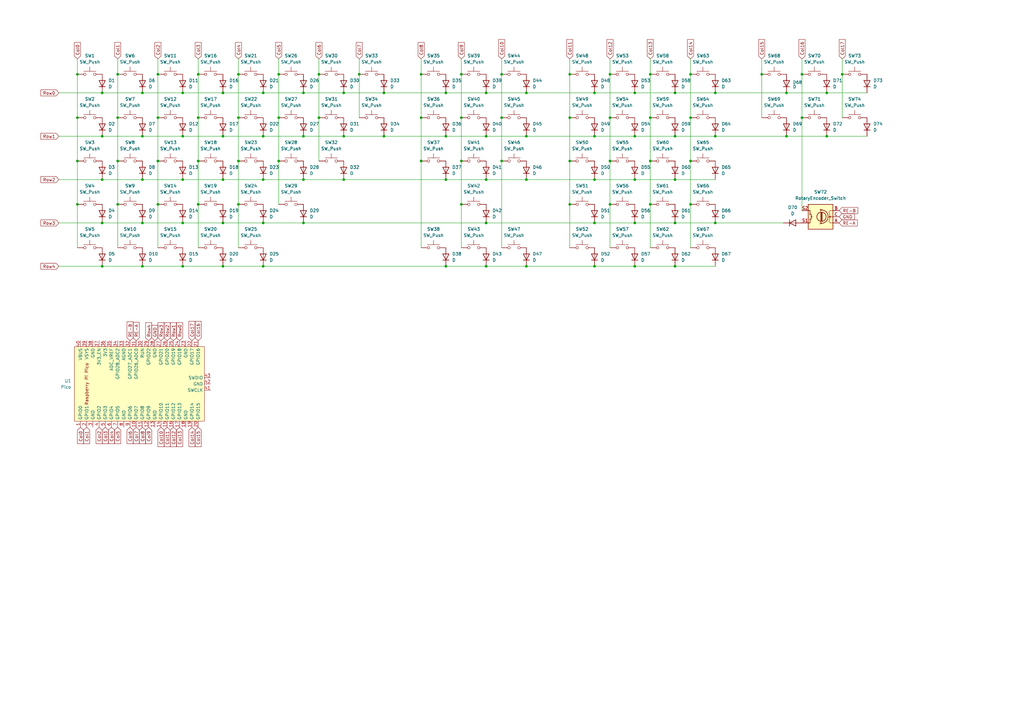
<source format=kicad_sch>
(kicad_sch (version 20241004) (generator "eeschema") (generator_version "8.99")
  (paper "A3")
  (lib_symbols
    (symbol "Device:D" (pin_numbers (hide yes)) (pin_names (offset 1.016) (hide yes))
      (property "Reference" "D" (at 0 2.54 0))
      (property "Value" "D" (at 0 -2.54 0))
      (symbol "D_1_1"
        (pin passive line (at -3.81 0 0) (length 2.54) (name "K") (number "1"))
        (pin passive line (at 3.81 0 180) (length 2.54) (name "A") (number "2"))
      )
    )
    (symbol "Device:RotaryEncoder_Switch" (pin_names (offset 0.254) (hide yes))
      (property "Reference" "SW" (at 0 6.604 0))
      (property "Value" "RotaryEncoder_Switch" (at 0 -6.604 0))
      (symbol "RotaryEncoder_Switch_1_1"
        (pin passive line (at -7.62 2.54 0) (length 2.54) (name "A") (number "A"))
        (pin passive line (at -7.62 0 0) (length 2.54) (name "C") (number "C"))
        (pin passive line (at -7.62 -2.54 0) (length 2.54) (name "B") (number "B"))
        (pin passive line (at 7.62 2.54 180) (length 2.54) (name "S1") (number "S1"))
        (pin passive line (at 7.62 -2.54 180) (length 2.54) (name "S2") (number "S2"))
      )
    )
    (symbol "MCU_RaspberryPi_and_Boards:Pico"
      (property "Reference" "U" (at -13.97 27.94 0))
      (property "Value" "Pico" (at 0 19.05 0))
      (symbol "Pico_0_0"
        (text "Raspberry Pi Pico" (at 0 21.59 0) (effects (font (size 1.27 1.27))))
      )
      (symbol "Pico_1_1"
        (pin bidirectional line (at -17.78 24.13 0) (length 2.54) (name "GPIO0") (number "1"))
        (pin bidirectional line (at -17.78 21.59 0) (length 2.54) (name "GPIO1") (number "2"))
        (pin power_in line (at -17.78 19.05 0) (length 2.54) (name "GND") (number "3"))
        (pin bidirectional line (at -17.78 16.51 0) (length 2.54) (name "GPIO2") (number "4"))
        (pin bidirectional line (at -17.78 13.97 0) (length 2.54) (name "GPIO3") (number "5"))
        (pin bidirectional line (at -17.78 11.43 0) (length 2.54) (name "GPIO4") (number "6"))
        (pin bidirectional line (at -17.78 8.89 0) (length 2.54) (name "GPIO5") (number "7"))
        (pin power_in line (at -17.78 6.35 0) (length 2.54) (name "GND") (number "8"))
        (pin bidirectional line (at -17.78 3.81 0) (length 2.54) (name "GPIO6") (number "9"))
        (pin bidirectional line (at -17.78 1.27 0) (length 2.54) (name "GPIO7") (number "10"))
        (pin bidirectional line (at -17.78 -1.27 0) (length 2.54) (name "GPIO8") (number "11"))
        (pin bidirectional line (at -17.78 -3.81 0) (length 2.54) (name "GPIO9") (number "12"))
        (pin power_in line (at -17.78 -6.35 0) (length 2.54) (name "GND") (number "13"))
        (pin bidirectional line (at -17.78 -8.89 0) (length 2.54) (name "GPIO10") (number "14"))
        (pin bidirectional line (at -17.78 -11.43 0) (length 2.54) (name "GPIO11") (number "15"))
        (pin bidirectional line (at -17.78 -13.97 0) (length 2.54) (name "GPIO12") (number "16"))
        (pin bidirectional line (at -17.78 -16.51 0) (length 2.54) (name "GPIO13") (number "17"))
        (pin power_in line (at -17.78 -19.05 0) (length 2.54) (name "GND") (number "18"))
        (pin bidirectional line (at -17.78 -21.59 0) (length 2.54) (name "GPIO14") (number "19"))
        (pin bidirectional line (at -17.78 -24.13 0) (length 2.54) (name "GPIO15") (number "20"))
        (pin input line (at -2.54 -29.21 90) (length 2.54) (name "SWCLK") (number "41"))
        (pin power_in line (at 0 -29.21 90) (length 2.54) (name "GND") (number "42"))
        (pin bidirectional line (at 2.54 -29.21 90) (length 2.54) (name "SWDIO") (number "43"))
        (pin power_in line (at 17.78 24.13 180) (length 2.54) (name "VBUS") (number "40"))
        (pin power_in line (at 17.78 21.59 180) (length 2.54) (name "VSYS") (number "39"))
        (pin bidirectional line (at 17.78 19.05 180) (length 2.54) (name "GND") (number "38"))
        (pin input line (at 17.78 16.51 180) (length 2.54) (name "3V3_EN") (number "37"))
        (pin power_in line (at 17.78 13.97 180) (length 2.54) (name "3V3") (number "36"))
        (pin power_in line (at 17.78 11.43 180) (length 2.54) (name "ADC_VREF") (number "35"))
        (pin bidirectional line (at 17.78 8.89 180) (length 2.54) (name "GPIO28_ADC2") (number "34"))
        (pin power_in line (at 17.78 6.35 180) (length 2.54) (name "AGND") (number "33"))
        (pin bidirectional line (at 17.78 3.81 180) (length 2.54) (name "GPIO27_ADC1") (number "32"))
        (pin bidirectional line (at 17.78 1.27 180) (length 2.54) (name "GPIO26_ADC0") (number "31"))
        (pin input line (at 17.78 -1.27 180) (length 2.54) (name "RUN") (number "30"))
        (pin bidirectional line (at 17.78 -3.81 180) (length 2.54) (name "GPIO22") (number "29"))
        (pin power_in line (at 17.78 -6.35 180) (length 2.54) (name "GND") (number "28"))
        (pin bidirectional line (at 17.78 -8.89 180) (length 2.54) (name "GPIO21") (number "27"))
        (pin bidirectional line (at 17.78 -11.43 180) (length 2.54) (name "GPIO20") (number "26"))
        (pin bidirectional line (at 17.78 -13.97 180) (length 2.54) (name "GPIO19") (number "25"))
        (pin bidirectional line (at 17.78 -16.51 180) (length 2.54) (name "GPIO18") (number "24"))
        (pin power_in line (at 17.78 -19.05 180) (length 2.54) (name "GND") (number "23"))
        (pin bidirectional line (at 17.78 -21.59 180) (length 2.54) (name "GPIO17") (number "22"))
        (pin bidirectional line (at 17.78 -24.13 180) (length 2.54) (name "GPIO16") (number "21"))
      )
    )
    (symbol "Switch:SW_Push" (pin_numbers (hide yes)) (pin_names (offset 1.016) (hide yes))
      (property "Reference" "SW" (at 1.27 2.54 0))
      (property "Value" "SW_Push" (at 0 -1.524 0))
      (symbol "SW_Push_0_1"
        (pin passive line (at -5.08 0 0) (length 2.54) (name "1") (number "1"))
        (pin passive line (at 5.08 0 180) (length 2.54) (name "2") (number "2"))
      )
    )
  )
  (junction (at 215.9 38.1))
  (junction (at 91.44 55.88))
  (junction (at 283.21 48.26))
  (junction (at 276.86 91.44))
  (junction (at 189.23 48.26))
  (junction (at 172.72 66.04))
  (junction (at 41.91 55.88))
  (junction (at 322.58 55.88))
  (junction (at 260.35 55.88))
  (junction (at 322.58 38.1))
  (junction (at 172.72 48.26))
  (junction (at 260.35 73.66))
  (junction (at 140.97 38.1))
  (junction (at 205.74 30.48))
  (junction (at 114.3 48.26))
  (junction (at 58.42 91.44))
  (junction (at 48.26 30.48))
  (junction (at 58.42 38.1))
  (junction (at 199.39 91.44))
  (junction (at 114.3 30.48))
  (junction (at 233.68 83.82))
  (junction (at 182.88 73.66))
  (junction (at 189.23 30.48))
  (junction (at 233.68 66.04))
  (junction (at 64.77 83.82))
  (junction (at 157.48 55.88))
  (junction (at 172.72 30.48))
  (junction (at 91.44 109.22))
  (junction (at 81.28 30.48))
  (junction (at 97.79 66.04))
  (junction (at 124.46 55.88))
  (junction (at 124.46 91.44))
  (junction (at 293.37 55.88))
  (junction (at 328.93 30.48))
  (junction (at 182.88 109.22))
  (junction (at 276.86 73.66))
  (junction (at 250.19 83.82))
  (junction (at 205.74 48.26))
  (junction (at 107.95 55.88))
  (junction (at 243.84 91.44))
  (junction (at 31.75 30.48))
  (junction (at 189.23 66.04))
  (junction (at 107.95 109.22))
  (junction (at 107.95 38.1))
  (junction (at 260.35 109.22))
  (junction (at 199.39 109.22))
  (junction (at 276.86 55.88))
  (junction (at 147.32 30.48))
  (junction (at 205.74 66.04))
  (junction (at 48.26 48.26))
  (junction (at 130.81 30.48))
  (junction (at 74.93 55.88))
  (junction (at 91.44 38.1))
  (junction (at 74.93 109.22))
  (junction (at 31.75 66.04))
  (junction (at 81.28 66.04))
  (junction (at 58.42 55.88))
  (junction (at 74.93 73.66))
  (junction (at 250.19 48.26))
  (junction (at 140.97 73.66))
  (junction (at 266.7 30.48))
  (junction (at 182.88 38.1))
  (junction (at 140.97 55.88))
  (junction (at 243.84 38.1))
  (junction (at 199.39 55.88))
  (junction (at 312.42 30.48))
  (junction (at 215.9 109.22))
  (junction (at 64.77 30.48))
  (junction (at 64.77 48.26))
  (junction (at 276.86 38.1))
  (junction (at 107.95 73.66))
  (junction (at 250.19 66.04))
  (junction (at 41.91 38.1))
  (junction (at 199.39 38.1))
  (junction (at 74.93 91.44))
  (junction (at 107.95 91.44))
  (junction (at 91.44 91.44))
  (junction (at 48.26 66.04))
  (junction (at 81.28 48.26))
  (junction (at 215.9 73.66))
  (junction (at 276.86 109.22))
  (junction (at 345.44 30.48))
  (junction (at 189.23 83.82))
  (junction (at 266.7 66.04))
  (junction (at 283.21 66.04))
  (junction (at 283.21 30.48))
  (junction (at 233.68 48.26))
  (junction (at 243.84 109.22))
  (junction (at 243.84 73.66))
  (junction (at 81.28 83.82))
  (junction (at 339.09 38.1))
  (junction (at 74.93 38.1))
  (junction (at 260.35 38.1))
  (junction (at 130.81 48.26))
  (junction (at 48.26 83.82))
  (junction (at 58.42 73.66))
  (junction (at 124.46 73.66))
  (junction (at 41.91 91.44))
  (junction (at 328.93 48.26))
  (junction (at 215.9 55.88))
  (junction (at 339.09 55.88))
  (junction (at 114.3 66.04))
  (junction (at 243.84 55.88))
  (junction (at 283.21 83.82))
  (junction (at 266.7 83.82))
  (junction (at 97.79 48.26))
  (junction (at 31.75 48.26))
  (junction (at 233.68 30.48))
  (junction (at 250.19 30.48))
  (junction (at 31.75 83.82))
  (junction (at 91.44 73.66))
  (junction (at 124.46 38.1))
  (junction (at 58.42 109.22))
  (junction (at 97.79 30.48))
  (junction (at 41.91 73.66))
  (junction (at 182.88 55.88))
  (junction (at 97.79 83.82))
  (junction (at 157.48 38.1))
  (junction (at 199.39 73.66))
  (junction (at 266.7 48.26))
  (junction (at 64.77 66.04))
  (junction (at 260.35 91.44))
  (junction (at 293.37 38.1))
  (junction (at 41.91 109.22))
  (junction (at 293.37 91.44))
  (wire (pts (xy 293.37 55.88) (xy 322.58 55.88)))
  (wire (pts (xy 182.88 38.1) (xy 199.39 38.1)))
  (wire (pts (xy 266.7 24.13) (xy 266.7 30.48)))
  (wire (pts (xy 276.86 91.44) (xy 293.37 91.44)))
  (wire (pts (xy 205.74 30.48) (xy 205.74 48.26)))
  (wire (pts (xy 107.95 91.44) (xy 124.46 91.44)))
  (wire (pts (xy 31.75 66.04) (xy 31.75 83.82)))
  (wire (pts (xy 74.93 38.1) (xy 91.44 38.1)))
  (wire (pts (xy 64.77 24.13) (xy 64.77 30.48)))
  (wire (pts (xy 64.77 66.04) (xy 64.77 83.82)))
  (wire (pts (xy 189.23 66.04) (xy 189.23 83.82)))
  (wire (pts (xy 283.21 48.26) (xy 283.21 66.04)))
  (wire (pts (xy 147.32 24.13) (xy 147.32 30.48)))
  (wire (pts (xy 41.91 55.88) (xy 58.42 55.88)))
  (wire (pts (xy 124.46 55.88) (xy 140.97 55.88)))
  (wire (pts (xy 250.19 30.48) (xy 250.19 48.26)))
  (wire (pts (xy 189.23 24.13) (xy 189.23 30.48)))
  (wire (pts (xy 172.72 66.04) (xy 172.72 101.6)))
  (wire (pts (xy 260.35 91.44) (xy 276.86 91.44)))
  (wire (pts (xy 260.35 109.22) (xy 276.86 109.22)))
  (wire (pts (xy 250.19 83.82) (xy 250.19 101.6)))
  (wire (pts (xy 260.35 55.88) (xy 276.86 55.88)))
  (wire (pts (xy 189.23 83.82) (xy 189.23 101.6)))
  (wire (pts (xy 260.35 73.66) (xy 276.86 73.66)))
  (wire (pts (xy 266.7 66.04) (xy 266.7 83.82)))
  (wire (pts (xy 215.9 55.88) (xy 243.84 55.88)))
  (wire (pts (xy 58.42 91.44) (xy 74.93 91.44)))
  (wire (pts (xy 205.74 48.26) (xy 205.74 66.04)))
  (wire (pts (xy 74.93 73.66) (xy 91.44 73.66)))
  (wire (pts (xy 64.77 30.48) (xy 64.77 48.26)))
  (wire (pts (xy 215.9 73.66) (xy 243.84 73.66)))
  (wire (pts (xy 31.75 24.13) (xy 31.75 30.48)))
  (wire (pts (xy 114.3 30.48) (xy 114.3 48.26)))
  (wire (pts (xy 283.21 66.04) (xy 283.21 83.82)))
  (wire (pts (xy 250.19 48.26) (xy 250.19 66.04)))
  (wire (pts (xy 157.48 55.88) (xy 182.88 55.88)))
  (wire (pts (xy 58.42 109.22) (xy 74.93 109.22)))
  (wire (pts (xy 91.44 109.22) (xy 107.95 109.22)))
  (wire (pts (xy 81.28 66.04) (xy 81.28 83.82)))
  (wire (pts (xy 243.84 109.22) (xy 260.35 109.22)))
  (wire (pts (xy 48.26 30.48) (xy 48.26 48.26)))
  (wire (pts (xy 345.44 30.48) (xy 345.44 48.26)))
  (wire (pts (xy 339.09 55.88) (xy 355.6 55.88)))
  (wire (pts (xy 205.74 66.04) (xy 205.74 101.6)))
  (wire (pts (xy 283.21 24.13) (xy 283.21 30.48)))
  (wire (pts (xy 41.91 73.66) (xy 58.42 73.66)))
  (wire (pts (xy 283.21 30.48) (xy 283.21 48.26)))
  (wire (pts (xy 31.75 48.26) (xy 31.75 66.04)))
  (wire (pts (xy 58.42 55.88) (xy 74.93 55.88)))
  (wire (pts (xy 107.95 73.66) (xy 124.46 73.66)))
  (wire (pts (xy 48.26 83.82) (xy 48.26 101.6)))
  (wire (pts (xy 41.91 38.1) (xy 58.42 38.1)))
  (wire (pts (xy 48.26 48.26) (xy 48.26 66.04)))
  (wire (pts (xy 140.97 38.1) (xy 157.48 38.1)))
  (wire (pts (xy 172.72 48.26) (xy 172.72 66.04)))
  (wire (pts (xy 199.39 38.1) (xy 215.9 38.1)))
  (wire (pts (xy 58.42 73.66) (xy 74.93 73.66)))
  (wire (pts (xy 48.26 24.13) (xy 48.26 30.48)))
  (wire (pts (xy 107.95 55.88) (xy 124.46 55.88)))
  (wire (pts (xy 276.86 73.66) (xy 293.37 73.66)))
  (wire (pts (xy 322.58 38.1) (xy 293.37 38.1)))
  (wire (pts (xy 328.93 48.26) (xy 328.93 86.36)))
  (wire (pts (xy 24.13 55.88) (xy 41.91 55.88)))
  (wire (pts (xy 24.13 38.1) (xy 41.91 38.1)))
  (wire (pts (xy 233.68 30.48) (xy 233.68 48.26)))
  (wire (pts (xy 81.28 48.26) (xy 81.28 66.04)))
  (wire (pts (xy 58.42 38.1) (xy 74.93 38.1)))
  (wire (pts (xy 233.68 24.13) (xy 233.68 30.48)))
  (wire (pts (xy 130.81 48.26) (xy 130.81 66.04)))
  (wire (pts (xy 189.23 30.48) (xy 189.23 48.26)))
  (wire (pts (xy 339.09 38.1) (xy 322.58 38.1)))
  (wire (pts (xy 243.84 55.88) (xy 260.35 55.88)))
  (wire (pts (xy 97.79 30.48) (xy 97.79 48.26)))
  (wire (pts (xy 124.46 38.1) (xy 140.97 38.1)))
  (wire (pts (xy 130.81 24.13) (xy 130.81 30.48)))
  (wire (pts (xy 293.37 91.44) (xy 321.31 91.44)))
  (wire (pts (xy 266.7 48.26) (xy 266.7 66.04)))
  (wire (pts (xy 24.13 73.66) (xy 41.91 73.66)))
  (wire (pts (xy 276.86 38.1) (xy 260.35 38.1)))
  (wire (pts (xy 64.77 48.26) (xy 64.77 66.04)))
  (wire (pts (xy 91.44 38.1) (xy 107.95 38.1)))
  (wire (pts (xy 276.86 55.88) (xy 293.37 55.88)))
  (wire (pts (xy 114.3 66.04) (xy 114.3 83.82)))
  (wire (pts (xy 97.79 66.04) (xy 97.79 83.82)))
  (wire (pts (xy 31.75 30.48) (xy 31.75 48.26)))
  (wire (pts (xy 233.68 48.26) (xy 233.68 66.04)))
  (wire (pts (xy 355.6 38.1) (xy 339.09 38.1)))
  (wire (pts (xy 114.3 48.26) (xy 114.3 66.04)))
  (wire (pts (xy 91.44 55.88) (xy 107.95 55.88)))
  (wire (pts (xy 243.84 91.44) (xy 260.35 91.44)))
  (wire (pts (xy 81.28 24.13) (xy 81.28 30.48)))
  (wire (pts (xy 107.95 38.1) (xy 124.46 38.1)))
  (wire (pts (xy 64.77 83.82) (xy 64.77 101.6)))
  (wire (pts (xy 172.72 24.13) (xy 172.72 30.48)))
  (wire (pts (xy 293.37 38.1) (xy 276.86 38.1)))
  (wire (pts (xy 91.44 91.44) (xy 107.95 91.44)))
  (wire (pts (xy 243.84 73.66) (xy 260.35 73.66)))
  (wire (pts (xy 199.39 109.22) (xy 215.9 109.22)))
  (wire (pts (xy 124.46 91.44) (xy 199.39 91.44)))
  (wire (pts (xy 130.81 30.48) (xy 130.81 48.26)))
  (wire (pts (xy 312.42 30.48) (xy 312.42 48.26)))
  (wire (pts (xy 215.9 38.1) (xy 243.84 38.1)))
  (wire (pts (xy 182.88 55.88) (xy 199.39 55.88)))
  (wire (pts (xy 91.44 73.66) (xy 107.95 73.66)))
  (wire (pts (xy 81.28 30.48) (xy 81.28 48.26)))
  (wire (pts (xy 266.7 83.82) (xy 266.7 101.6)))
  (wire (pts (xy 283.21 83.82) (xy 283.21 101.6)))
  (wire (pts (xy 97.79 24.13) (xy 97.79 30.48)))
  (wire (pts (xy 147.32 30.48) (xy 147.32 48.26)))
  (wire (pts (xy 140.97 55.88) (xy 157.48 55.88)))
  (wire (pts (xy 41.91 109.22) (xy 58.42 109.22)))
  (wire (pts (xy 189.23 48.26) (xy 189.23 66.04)))
  (wire (pts (xy 260.35 38.1) (xy 243.84 38.1)))
  (wire (pts (xy 250.19 66.04) (xy 250.19 83.82)))
  (wire (pts (xy 233.68 83.82) (xy 233.68 101.6)))
  (wire (pts (xy 74.93 109.22) (xy 91.44 109.22)))
  (wire (pts (xy 24.13 91.44) (xy 41.91 91.44)))
  (wire (pts (xy 182.88 109.22) (xy 199.39 109.22)))
  (wire (pts (xy 312.42 24.13) (xy 312.42 30.48)))
  (wire (pts (xy 48.26 66.04) (xy 48.26 83.82)))
  (wire (pts (xy 182.88 73.66) (xy 199.39 73.66)))
  (wire (pts (xy 107.95 109.22) (xy 182.88 109.22)))
  (wire (pts (xy 266.7 30.48) (xy 266.7 48.26)))
  (wire (pts (xy 328.93 24.13) (xy 328.93 30.48)))
  (wire (pts (xy 199.39 55.88) (xy 215.9 55.88)))
  (wire (pts (xy 81.28 83.82) (xy 81.28 101.6)))
  (wire (pts (xy 24.13 109.22) (xy 41.91 109.22)))
  (wire (pts (xy 276.86 109.22) (xy 293.37 109.22)))
  (wire (pts (xy 172.72 30.48) (xy 172.72 48.26)))
  (wire (pts (xy 328.93 30.48) (xy 328.93 48.26)))
  (wire (pts (xy 41.91 91.44) (xy 58.42 91.44)))
  (wire (pts (xy 74.93 55.88) (xy 91.44 55.88)))
  (wire (pts (xy 199.39 91.44) (xy 243.84 91.44)))
  (wire (pts (xy 345.44 24.13) (xy 345.44 30.48)))
  (wire (pts (xy 205.74 24.13) (xy 205.74 30.48)))
  (wire (pts (xy 114.3 24.13) (xy 114.3 30.48)))
  (wire (pts (xy 97.79 48.26) (xy 97.79 66.04)))
  (wire (pts (xy 215.9 109.22) (xy 243.84 109.22)))
  (wire (pts (xy 233.68 66.04) (xy 233.68 83.82)))
  (wire (pts (xy 140.97 73.66) (xy 182.88 73.66)))
  (wire (pts (xy 199.39 73.66) (xy 215.9 73.66)))
  (wire (pts (xy 157.48 38.1) (xy 182.88 38.1)))
  (wire (pts (xy 322.58 55.88) (xy 339.09 55.88)))
  (wire (pts (xy 31.75 83.82) (xy 31.75 101.6)))
  (wire (pts (xy 97.79 83.82) (xy 97.79 101.6)))
  (wire (pts (xy 74.93 91.44) (xy 91.44 91.44)))
  (wire (pts (xy 250.19 24.13) (xy 250.19 30.48)))
  (wire (pts (xy 124.46 73.66) (xy 140.97 73.66)))
  (global_label "RE-A" (shape input) (at 344.17 91.44 0) (property "Intersheetrefs" "${INTERSHEET_REFS}" (effects (hide yes))))
  (global_label "Row4" (shape input) (at 24.13 109.22 180) (property "Intersheetrefs" "${INTERSHEET_REFS}" (effects (hide yes))))
  (global_label "Col17" (shape input) (at 78.74 139.7 90) (property "Intersheetrefs" "${INTERSHEET_REFS}" (effects (hide yes))))
  (global_label "Col1" (shape input) (at 35.56 175.26 270) (property "Intersheetrefs" "${INTERSHEET_REFS}" (effects (hide yes))))
  (global_label "Col9" (shape input) (at 60.96 175.26 270) (property "Intersheetrefs" "${INTERSHEET_REFS}" (effects (hide yes))))
  (global_label "Col10" (shape input) (at 205.74 24.13 90) (property "Intersheetrefs" "${INTERSHEET_REFS}" (effects (hide yes))))
  (global_label "Row0" (shape input) (at 73.66 139.7 90) (property "Intersheetrefs" "${INTERSHEET_REFS}" (effects (hide yes))))
  (global_label "Row2" (shape input) (at 24.13 73.66 180) (property "Intersheetrefs" "${INTERSHEET_REFS}" (effects (hide yes))))
  (global_label "Row2" (shape input) (at 68.58 139.7 90) (property "Intersheetrefs" "${INTERSHEET_REFS}" (effects (hide yes))))
  (global_label "Row4" (shape input) (at 60.96 139.7 90) (property "Intersheetrefs" "${INTERSHEET_REFS}" (effects (hide yes))))
  (global_label "Col4" (shape input) (at 45.72 175.26 270) (property "Intersheetrefs" "${INTERSHEET_REFS}" (effects (hide yes))))
  (global_label "Col6" (shape input) (at 53.34 175.26 270) (property "Intersheetrefs" "${INTERSHEET_REFS}" (effects (hide yes))))
  (global_label "Col6" (shape input) (at 130.81 24.13 90) (property "Intersheetrefs" "${INTERSHEET_REFS}" (effects (hide yes))))
  (global_label "Col12" (shape input) (at 71.12 175.26 270) (property "Intersheetrefs" "${INTERSHEET_REFS}" (effects (hide yes))))
  (global_label "Col17" (shape input) (at 345.44 24.13 90) (property "Intersheetrefs" "${INTERSHEET_REFS}" (effects (hide yes))))
  (global_label "Col4" (shape input) (at 97.79 24.13 90) (property "Intersheetrefs" "${INTERSHEET_REFS}" (effects (hide yes))))
  (global_label "Col1" (shape input) (at 48.26 24.13 90) (property "Intersheetrefs" "${INTERSHEET_REFS}" (effects (hide yes))))
  (global_label "Row1" (shape input) (at 71.12 139.7 90) (property "Intersheetrefs" "${INTERSHEET_REFS}" (effects (hide yes))))
  (global_label "Col11" (shape input) (at 233.68 24.13 90) (property "Intersheetrefs" "${INTERSHEET_REFS}" (effects (hide yes))))
  (global_label "Col0" (shape input) (at 33.02 175.26 270) (property "Intersheetrefs" "${INTERSHEET_REFS}" (effects (hide yes))))
  (global_label "Col13" (shape input) (at 266.7 24.13 90) (property "Intersheetrefs" "${INTERSHEET_REFS}" (effects (hide yes))))
  (global_label "Col5" (shape input) (at 48.26 175.26 270) (property "Intersheetrefs" "${INTERSHEET_REFS}" (effects (hide yes))))
  (global_label "Col16" (shape input) (at 328.93 24.13 90) (property "Intersheetrefs" "${INTERSHEET_REFS}" (effects (hide yes))))
  (global_label "GND" (shape input) (at 344.17 88.9 0) (property "Intersheetrefs" "${INTERSHEET_REFS}" (effects (hide yes))))
  (global_label "Col3" (shape input) (at 81.28 24.13 90) (property "Intersheetrefs" "${INTERSHEET_REFS}" (effects (hide yes))))
  (global_label "Col12" (shape input) (at 250.19 24.13 90) (property "Intersheetrefs" "${INTERSHEET_REFS}" (effects (hide yes))))
  (global_label "Col7" (shape input) (at 147.32 24.13 90) (property "Intersheetrefs" "${INTERSHEET_REFS}" (effects (hide yes))))
  (global_label "Col5" (shape input) (at 114.3 24.13 90) (property "Intersheetrefs" "${INTERSHEET_REFS}" (effects (hide yes))))
  (global_label "Col0" (shape input) (at 31.75 24.13 90) (property "Intersheetrefs" "${INTERSHEET_REFS}" (effects (hide yes))))
  (global_label "Col10" (shape input) (at 66.04 175.26 270) (property "Intersheetrefs" "${INTERSHEET_REFS}" (effects (hide yes))))
  (global_label "Row3" (shape input) (at 66.04 139.7 90) (property "Intersheetrefs" "${INTERSHEET_REFS}" (effects (hide yes))))
  (global_label "Row0" (shape input) (at 24.13 38.1 180) (property "Intersheetrefs" "${INTERSHEET_REFS}" (effects (hide yes))))
  (global_label "Col15" (shape input) (at 81.28 175.26 270) (property "Intersheetrefs" "${INTERSHEET_REFS}" (effects (hide yes))))
  (global_label "Col9" (shape input) (at 189.23 24.13 90) (property "Intersheetrefs" "${INTERSHEET_REFS}" (effects (hide yes))))
  (global_label "Row1" (shape input) (at 24.13 55.88 180) (property "Intersheetrefs" "${INTERSHEET_REFS}" (effects (hide yes))))
  (global_label "Col13" (shape input) (at 73.66 175.26 270) (property "Intersheetrefs" "${INTERSHEET_REFS}" (effects (hide yes))))
  (global_label "RE-B" (shape input) (at 344.17 86.36 0) (property "Intersheetrefs" "${INTERSHEET_REFS}" (effects (hide yes))))
  (global_label "Col2" (shape input) (at 64.77 24.13 90) (property "Intersheetrefs" "${INTERSHEET_REFS}" (effects (hide yes))))
  (global_label "Col2" (shape input) (at 40.64 175.26 270) (property "Intersheetrefs" "${INTERSHEET_REFS}" (effects (hide yes))))
  (global_label "Col14" (shape input) (at 78.74 175.26 270) (property "Intersheetrefs" "${INTERSHEET_REFS}" (effects (hide yes))))
  (global_label "Col7" (shape input) (at 55.88 175.26 270) (property "Intersheetrefs" "${INTERSHEET_REFS}" (effects (hide yes))))
  (global_label "Col11" (shape input) (at 68.58 175.26 270) (property "Intersheetrefs" "${INTERSHEET_REFS}" (effects (hide yes))))
  (global_label "Col3" (shape input) (at 43.18 175.26 270) (property "Intersheetrefs" "${INTERSHEET_REFS}" (effects (hide yes))))
  (global_label "Col8" (shape input) (at 58.42 175.26 270) (property "Intersheetrefs" "${INTERSHEET_REFS}" (effects (hide yes))))
  (global_label "Col14" (shape input) (at 283.21 24.13 90) (property "Intersheetrefs" "${INTERSHEET_REFS}" (effects (hide yes))))
  (global_label "RE-A" (shape input) (at 55.88 139.7 90) (property "Intersheetrefs" "${INTERSHEET_REFS}" (effects (hide yes))))
  (global_label "Col16" (shape input) (at 81.28 139.7 90) (property "Intersheetrefs" "${INTERSHEET_REFS}" (effects (hide yes))))
  (global_label "GND" (shape input) (at 63.5 139.7 90) (property "Intersheetrefs" "${INTERSHEET_REFS}" (effects (hide yes))))
  (global_label "Col15" (shape input) (at 312.42 24.13 90) (property "Intersheetrefs" "${INTERSHEET_REFS}" (effects (hide yes))))
  (global_label "Row3" (shape input) (at 24.13 91.44 180) (property "Intersheetrefs" "${INTERSHEET_REFS}" (effects (hide yes))))
  (global_label "Col8" (shape input) (at 172.72 24.13 90) (property "Intersheetrefs" "${INTERSHEET_REFS}" (effects (hide yes))))
  (global_label "RE-B" (shape input) (at 53.34 139.7 90) (property "Intersheetrefs" "${INTERSHEET_REFS}" (effects (hide yes))))
  (symbol (lib_id "Device:D") (at 293.37 69.85 90) (unit 1)
    (property "Reference" "D65" (at 295.91 68.5799 90) (effects (justify right)))
    (property "Value" "D" (at 295.91 71.1199 90) (effects (justify right)))
    (property "Footprint" "Diode_THT:D_DO-35_SOD27_P12.70mm_Horizontal" (effects (hide yes)))
    (property "Description" "Diode" (effects (hide yes)))
    (property "Sim.Device" "D" (effects (hide yes)))
    (property "Sim.Pins" "1=K 2=A" (effects (hide yes)))
  )
  (symbol (lib_id "Switch:SW_Push") (at 255.27 83.82 0) (unit 1)
    (property "Reference" "SW56" (at 255.27 76.2 0))
    (property "Value" "SW_Push" (at 255.27 78.74 0))
    (property "Footprint" "asylum-weather:SW_Cherry_MX_1.00u_PCB" (effects (hide yes)))
    (property "Description" "Push button switch, generic, two pins" (effects (hide yes)))
  )
  (symbol (lib_id "Device:RotaryEncoder_Switch") (at 336.55 88.9 180) (unit 1)
    (property "Reference" "SW72" (at 336.55 78.74 0))
    (property "Value" "RotaryEncoder_Switch" (at 336.55 81.28 0))
    (property "Footprint" "Rotary_Encoder:RotaryEncoder_Alps_EC11E-Switch_Vertical_H20mm" (effects (hide yes)))
    (property "Description" "Rotary encoder, dual channel, incremental quadrate outputs, with switch" (effects (hide yes)))
  )
  (symbol (lib_id "Device:D") (at 41.91 105.41 90) (unit 1)
    (property "Reference" "D5" (at 44.45 104.1399 90) (effects (justify right)))
    (property "Value" "D" (at 44.45 106.6799 90) (effects (justify right)))
    (property "Footprint" "Diode_THT:D_DO-35_SOD27_P12.70mm_Horizontal" (effects (hide yes)))
    (property "Description" "Diode" (effects (hide yes)))
    (property "Sim.Device" "D" (effects (hide yes)))
    (property "Sim.Pins" "1=K 2=A" (effects (hide yes)))
  )
  (symbol (lib_id "Switch:SW_Push") (at 102.87 48.26 0) (unit 1)
    (property "Reference" "SW22" (at 102.87 40.64 0))
    (property "Value" "SW_Push" (at 102.87 43.18 0))
    (property "Footprint" "asylum-weather:SW_Cherry_MX_1.00u_PCB" (effects (hide yes)))
    (property "Description" "Push button switch, generic, two pins" (effects (hide yes)))
  )
  (symbol (lib_id "Device:D") (at 41.91 52.07 90) (unit 1)
    (property "Reference" "D2" (at 44.45 50.7999 90) (effects (justify right)))
    (property "Value" "D" (at 44.45 53.3399 90) (effects (justify right)))
    (property "Footprint" "Diode_THT:D_DO-35_SOD27_P12.70mm_Horizontal" (effects (hide yes)))
    (property "Description" "Diode" (effects (hide yes)))
    (property "Sim.Device" "D" (effects (hide yes)))
    (property "Sim.Pins" "1=K 2=A" (effects (hide yes)))
  )
  (symbol (lib_id "Switch:SW_Push") (at 210.82 66.04 0) (unit 1)
    (property "Reference" "SW46" (at 210.82 58.42 0))
    (property "Value" "SW_Push" (at 210.82 60.96 0))
    (property "Footprint" "asylum-weather:SW_Cherry_MX_1.00u_PCB" (effects (hide yes)))
    (property "Description" "Push button switch, generic, two pins" (effects (hide yes)))
  )
  (symbol (lib_id "Switch:SW_Push") (at 288.29 66.04 0) (unit 1)
    (property "Reference" "SW65" (at 288.29 58.42 0))
    (property "Value" "SW_Push" (at 288.29 60.96 0))
    (property "Footprint" "asylum-weather:SW_Cherry_MX_1.00u_PCB" (effects (hide yes)))
    (property "Description" "Push button switch, generic, two pins" (effects (hide yes)))
  )
  (symbol (lib_id "Switch:SW_Push") (at 135.89 66.04 0) (unit 1)
    (property "Reference" "SW32" (at 135.89 58.42 0))
    (property "Value" "SW_Push" (at 135.89 60.96 0))
    (property "Footprint" "asylum-weather:SW_Cherry_MX_2.00u_PCB" (effects (hide yes)))
    (property "Description" "Push button switch, generic, two pins" (effects (hide yes)))
  )
  (symbol (lib_id "Device:D") (at 58.42 87.63 90) (unit 1)
    (property "Reference" "D9" (at 60.96 86.3599 90) (effects (justify right)))
    (property "Value" "D" (at 60.96 88.8999 90) (effects (justify right)))
    (property "Footprint" "Diode_THT:D_DO-35_SOD27_P12.70mm_Horizontal" (effects (hide yes)))
    (property "Description" "Diode" (effects (hide yes)))
    (property "Sim.Device" "D" (effects (hide yes)))
    (property "Sim.Pins" "1=K 2=A" (effects (hide yes)))
  )
  (symbol (lib_id "Device:D") (at 182.88 52.07 90) (unit 1)
    (property "Reference" "D36" (at 185.42 50.7999 90) (effects (justify right)))
    (property "Value" "D" (at 185.42 53.3399 90) (effects (justify right)))
    (property "Footprint" "Diode_THT:D_DO-35_SOD27_P12.70mm_Horizontal" (effects (hide yes)))
    (property "Description" "Diode" (effects (hide yes)))
    (property "Sim.Device" "D" (effects (hide yes)))
    (property "Sim.Pins" "1=K 2=A" (effects (hide yes)))
  )
  (symbol (lib_id "Switch:SW_Push") (at 86.36 101.6 0) (unit 1)
    (property "Reference" "SW20" (at 86.36 93.98 0))
    (property "Value" "SW_Push" (at 86.36 96.52 0))
    (property "Footprint" "asylum-weather:SW_Cherry_MX_1.00u_PCB" (effects (hide yes)))
    (property "Description" "Push button switch, generic, two pins" (effects (hide yes)))
  )
  (symbol (lib_id "Switch:SW_Push") (at 271.78 66.04 0) (unit 1)
    (property "Reference" "SW60" (at 271.78 58.42 0))
    (property "Value" "SW_Push" (at 271.78 60.96 0))
    (property "Footprint" "asylum-weather:SW_Cherry_MX_1.00u_PCB" (effects (hide yes)))
    (property "Description" "Push button switch, generic, two pins" (effects (hide yes)))
  )
  (symbol (lib_id "Device:D") (at 124.46 69.85 90) (unit 1)
    (property "Reference" "D28" (at 127 68.5799 90) (effects (justify right)))
    (property "Value" "D" (at 127 71.1199 90) (effects (justify right)))
    (property "Footprint" "Diode_THT:D_DO-35_SOD27_P12.70mm_Horizontal" (effects (hide yes)))
    (property "Description" "Diode" (effects (hide yes)))
    (property "Sim.Device" "D" (effects (hide yes)))
    (property "Sim.Pins" "1=K 2=A" (effects (hide yes)))
  )
  (symbol (lib_id "Switch:SW_Push") (at 102.87 101.6 0) (unit 1)
    (property "Reference" "SW25" (at 102.87 93.98 0))
    (property "Value" "SW_Push" (at 102.87 96.52 0))
    (property "Footprint" "asylum-weather:SW_Cherry_MX_1.00u_PCB" (effects (hide yes)))
    (property "Description" "Push button switch, generic, two pins" (effects (hide yes)))
  )
  (symbol (lib_id "Switch:SW_Push") (at 210.82 30.48 0) (unit 1)
    (property "Reference" "SW44" (at 210.82 22.86 0))
    (property "Value" "SW_Push" (at 210.82 25.4 0))
    (property "Footprint" "asylum-weather:SW_Cherry_MX_1.00u_PCB" (effects (hide yes)))
    (property "Description" "Push button switch, generic, two pins" (effects (hide yes)))
  )
  (symbol (lib_id "Device:D") (at 74.93 87.63 90) (unit 1)
    (property "Reference" "D14" (at 77.47 86.3599 90) (effects (justify right)))
    (property "Value" "D" (at 77.47 88.8999 90) (effects (justify right)))
    (property "Footprint" "Diode_THT:D_DO-35_SOD27_P12.70mm_Horizontal" (effects (hide yes)))
    (property "Description" "Diode" (effects (hide yes)))
    (property "Sim.Device" "D" (effects (hide yes)))
    (property "Sim.Pins" "1=K 2=A" (effects (hide yes)))
  )
  (symbol (lib_id "Device:D") (at 107.95 52.07 90) (unit 1)
    (property "Reference" "D22" (at 110.49 50.7999 90) (effects (justify right)))
    (property "Value" "D" (at 110.49 53.3399 90) (effects (justify right)))
    (property "Footprint" "Diode_THT:D_DO-35_SOD27_P12.70mm_Horizontal" (effects (hide yes)))
    (property "Description" "Diode" (effects (hide yes)))
    (property "Sim.Device" "D" (effects (hide yes)))
    (property "Sim.Pins" "1=K 2=A" (effects (hide yes)))
  )
  (symbol (lib_id "Switch:SW_Push") (at 36.83 30.48 0) (unit 1)
    (property "Reference" "SW1" (at 36.83 22.86 0))
    (property "Value" "SW_Push" (at 36.83 25.4 0))
    (property "Footprint" "asylum-weather:SW_Cherry_MX_1.00u_PCB" (effects (hide yes)))
    (property "Description" "Push button switch, generic, two pins" (effects (hide yes)))
  )
  (symbol (lib_id "Switch:SW_Push") (at 271.78 101.6 0) (unit 1)
    (property "Reference" "SW62" (at 271.78 93.98 0))
    (property "Value" "SW_Push" (at 271.78 96.52 0))
    (property "Footprint" "asylum-weather:SW_Cherry_MX_1.00u_PCB" (effects (hide yes)))
    (property "Description" "Push button switch, generic, two pins" (effects (hide yes)))
  )
  (symbol (lib_id "Device:D") (at 182.88 105.41 90) (unit 1)
    (property "Reference" "D38" (at 185.42 104.1399 90) (effects (justify right)))
    (property "Value" "D" (at 185.42 106.6799 90) (effects (justify right)))
    (property "Footprint" "Diode_THT:D_DO-35_SOD27_P12.70mm_Horizontal" (effects (hide yes)))
    (property "Description" "Diode" (effects (hide yes)))
    (property "Sim.Device" "D" (effects (hide yes)))
    (property "Sim.Pins" "1=K 2=A" (effects (hide yes)))
  )
  (symbol (lib_id "Switch:SW_Push") (at 36.83 101.6 0) (unit 1)
    (property "Reference" "SW5" (at 36.83 93.98 0))
    (property "Value" "SW_Push" (at 36.83 96.52 0))
    (property "Footprint" "asylum-weather:SW_Cherry_MX_2.00u_PCB" (effects (hide yes)))
    (property "Description" "Push button switch, generic, two pins" (effects (hide yes)))
  )
  (symbol (lib_id "Switch:SW_Push") (at 288.29 83.82 0) (unit 1)
    (property "Reference" "SW66" (at 288.29 76.2 0))
    (property "Value" "SW_Push" (at 288.29 78.74 0))
    (property "Footprint" "asylum-weather:SW_Cherry_MX_1.00u_PCB" (effects (hide yes)))
    (property "Description" "Push button switch, generic, two pins" (effects (hide yes)))
  )
  (symbol (lib_id "Device:D") (at 157.48 34.29 90) (unit 1)
    (property "Reference" "D33" (at 160.02 33.0199 90) (effects (justify right)))
    (property "Value" "D" (at 160.02 35.5599 90) (effects (justify right)))
    (property "Footprint" "Diode_THT:D_DO-35_SOD27_P12.70mm_Horizontal" (effects (hide yes)))
    (property "Description" "Diode" (effects (hide yes)))
    (property "Sim.Device" "D" (effects (hide yes)))
    (property "Sim.Pins" "1=K 2=A" (effects (hide yes)))
  )
  (symbol (lib_id "Device:D") (at 243.84 87.63 90) (unit 1)
    (property "Reference" "D51" (at 246.38 86.3599 90) (effects (justify right)))
    (property "Value" "D" (at 246.38 88.8999 90) (effects (justify right)))
    (property "Footprint" "Diode_THT:D_DO-35_SOD27_P12.70mm_Horizontal" (effects (hide yes)))
    (property "Description" "Diode" (effects (hide yes)))
    (property "Sim.Device" "D" (effects (hide yes)))
    (property "Sim.Pins" "1=K 2=A" (effects (hide yes)))
  )
  (symbol (lib_id "Switch:SW_Push") (at 53.34 48.26 0) (unit 1)
    (property "Reference" "SW7" (at 53.34 40.64 0))
    (property "Value" "SW_Push" (at 53.34 43.18 0))
    (property "Footprint" "asylum-weather:SW_Cherry_MX_1.00u_PCB" (effects (hide yes)))
    (property "Description" "Push button switch, generic, two pins" (effects (hide yes)))
  )
  (symbol (lib_id "Switch:SW_Push") (at 194.31 30.48 0) (unit 1)
    (property "Reference" "SW39" (at 194.31 22.86 0))
    (property "Value" "SW_Push" (at 194.31 25.4 0))
    (property "Footprint" "asylum-weather:SW_Cherry_MX_1.00u_PCB" (effects (hide yes)))
    (property "Description" "Push button switch, generic, two pins" (effects (hide yes)))
  )
  (symbol (lib_id "Device:D") (at 276.86 87.63 90) (unit 1)
    (property "Reference" "D61" (at 279.4 86.3599 90) (effects (justify right)))
    (property "Value" "D" (at 279.4 88.8999 90) (effects (justify right)))
    (property "Footprint" "Diode_THT:D_DO-35_SOD27_P12.70mm_Horizontal" (effects (hide yes)))
    (property "Description" "Diode" (effects (hide yes)))
    (property "Sim.Device" "D" (effects (hide yes)))
    (property "Sim.Pins" "1=K 2=A" (effects (hide yes)))
  )
  (symbol (lib_id "Device:D") (at 74.93 105.41 90) (unit 1)
    (property "Reference" "D15" (at 77.47 104.1399 90) (effects (justify right)))
    (property "Value" "D" (at 77.47 106.6799 90) (effects (justify right)))
    (property "Footprint" "Diode_THT:D_DO-35_SOD27_P12.70mm_Horizontal" (effects (hide yes)))
    (property "Description" "Diode" (effects (hide yes)))
    (property "Sim.Device" "D" (effects (hide yes)))
    (property "Sim.Pins" "1=K 2=A" (effects (hide yes)))
  )
  (symbol (lib_id "Switch:SW_Push") (at 194.31 66.04 0) (unit 1)
    (property "Reference" "SW41" (at 194.31 58.42 0))
    (property "Value" "SW_Push" (at 194.31 60.96 0))
    (property "Footprint" "asylum-weather:SW_Cherry_MX_1.00u_PCB" (effects (hide yes)))
    (property "Description" "Push button switch, generic, two pins" (effects (hide yes)))
  )
  (symbol (lib_id "Device:D") (at 91.44 105.41 90) (unit 1)
    (property "Reference" "D20" (at 93.98 104.1399 90) (effects (justify right)))
    (property "Value" "D" (at 93.98 106.6799 90) (effects (justify right)))
    (property "Footprint" "Diode_THT:D_DO-35_SOD27_P12.70mm_Horizontal" (effects (hide yes)))
    (property "Description" "Diode" (effects (hide yes)))
    (property "Sim.Device" "D" (effects (hide yes)))
    (property "Sim.Pins" "1=K 2=A" (effects (hide yes)))
  )
  (symbol (lib_id "Switch:SW_Push") (at 36.83 83.82 0) (unit 1)
    (property "Reference" "SW4" (at 36.83 76.2 0))
    (property "Value" "SW_Push" (at 36.83 78.74 0))
    (property "Footprint" "asylum-weather:SW_Cherry_MX_1.00u_PCB" (effects (hide yes)))
    (property "Description" "Push button switch, generic, two pins" (effects (hide yes)))
  )
  (symbol (lib_id "Switch:SW_Push") (at 255.27 101.6 0) (unit 1)
    (property "Reference" "SW57" (at 255.27 93.98 0))
    (property "Value" "SW_Push" (at 255.27 96.52 0))
    (property "Footprint" "asylum-weather:SW_Cherry_MX_1.00u_PCB" (effects (hide yes)))
    (property "Description" "Push button switch, generic, two pins" (effects (hide yes)))
  )
  (symbol (lib_id "Device:D") (at 107.95 105.41 90) (unit 1)
    (property "Reference" "D25" (at 110.49 104.1399 90) (effects (justify right)))
    (property "Value" "D" (at 110.49 106.6799 90) (effects (justify right)))
    (property "Footprint" "Diode_THT:D_DO-35_SOD27_P12.70mm_Horizontal" (effects (hide yes)))
    (property "Description" "Diode" (effects (hide yes)))
    (property "Sim.Device" "D" (effects (hide yes)))
    (property "Sim.Pins" "1=K 2=A" (effects (hide yes)))
  )
  (symbol (lib_id "Switch:SW_Push") (at 288.29 30.48 0) (unit 1)
    (property "Reference" "SW63" (at 288.29 22.86 0))
    (property "Value" "SW_Push" (at 288.29 25.4 0))
    (property "Footprint" "asylum-weather:SW_Cherry_MX_1.00u_PCB" (effects (hide yes)))
    (property "Description" "Push button switch, generic, two pins" (effects (hide yes)))
  )
  (symbol (lib_id "Switch:SW_Push") (at 255.27 66.04 0) (unit 1)
    (property "Reference" "SW55" (at 255.27 58.42 0))
    (property "Value" "SW_Push" (at 255.27 60.96 0))
    (property "Footprint" "asylum-weather:SW_Cherry_MX_1.00u_PCB" (effects (hide yes)))
    (property "Description" "Push button switch, generic, two pins" (effects (hide yes)))
  )
  (symbol (lib_id "Device:D") (at 58.42 52.07 90) (unit 1)
    (property "Reference" "D7" (at 60.96 50.7999 90) (effects (justify right)))
    (property "Value" "D" (at 60.96 53.3399 90) (effects (justify right)))
    (property "Footprint" "Diode_THT:D_DO-35_SOD27_P12.70mm_Horizontal" (effects (hide yes)))
    (property "Description" "Diode" (effects (hide yes)))
    (property "Sim.Device" "D" (effects (hide yes)))
    (property "Sim.Pins" "1=K 2=A" (effects (hide yes)))
  )
  (symbol (lib_id "Device:D") (at 293.37 87.63 90) (unit 1)
    (property "Reference" "D66" (at 295.91 86.3599 90) (effects (justify right)))
    (property "Value" "D" (at 295.91 88.8999 90) (effects (justify right)))
    (property "Footprint" "Diode_THT:D_DO-35_SOD27_P12.70mm_Horizontal" (effects (hide yes)))
    (property "Description" "Diode" (effects (hide yes)))
    (property "Sim.Device" "D" (effects (hide yes)))
    (property "Sim.Pins" "1=K 2=A" (effects (hide yes)))
  )
  (symbol (lib_id "Device:D") (at 215.9 69.85 90) (unit 1)
    (property "Reference" "D46" (at 218.44 68.5799 90) (effects (justify right)))
    (property "Value" "D" (at 218.44 71.1199 90) (effects (justify right)))
    (property "Footprint" "Diode_THT:D_DO-35_SOD27_P12.70mm_Horizontal" (effects (hide yes)))
    (property "Description" "Diode" (effects (hide yes)))
    (property "Sim.Device" "D" (effects (hide yes)))
    (property "Sim.Pins" "1=K 2=A" (effects (hide yes)))
  )
  (symbol (lib_id "Switch:SW_Push") (at 69.85 66.04 0) (unit 1)
    (property "Reference" "SW13" (at 69.85 58.42 0))
    (property "Value" "SW_Push" (at 69.85 60.96 0))
    (property "Footprint" "asylum-weather:SW_Cherry_MX_1.00u_PCB" (effects (hide yes)))
    (property "Description" "Push button switch, generic, two pins" (effects (hide yes)))
  )
  (symbol (lib_id "Device:D") (at 260.35 69.85 90) (unit 1)
    (property "Reference" "D55" (at 262.89 68.5799 90) (effects (justify right)))
    (property "Value" "D" (at 262.89 71.1199 90) (effects (justify right)))
    (property "Footprint" "Diode_THT:D_DO-35_SOD27_P12.70mm_Horizontal" (effects (hide yes)))
    (property "Description" "Diode" (effects (hide yes)))
    (property "Sim.Device" "D" (effects (hide yes)))
    (property "Sim.Pins" "1=K 2=A" (effects (hide yes)))
  )
  (symbol (lib_id "Switch:SW_Push") (at 53.34 66.04 0) (unit 1)
    (property "Reference" "SW8" (at 53.34 58.42 0))
    (property "Value" "SW_Push" (at 53.34 60.96 0))
    (property "Footprint" "asylum-weather:SW_Cherry_MX_1.00u_PCB" (effects (hide yes)))
    (property "Description" "Push button switch, generic, two pins" (effects (hide yes)))
  )
  (symbol (lib_id "Device:D") (at 107.95 69.85 90) (unit 1)
    (property "Reference" "D23" (at 110.49 68.5799 90) (effects (justify right)))
    (property "Value" "D" (at 110.49 71.1199 90) (effects (justify right)))
    (property "Footprint" "Diode_THT:D_DO-35_SOD27_P12.70mm_Horizontal" (effects (hide yes)))
    (property "Description" "Diode" (effects (hide yes)))
    (property "Sim.Device" "D" (effects (hide yes)))
    (property "Sim.Pins" "1=K 2=A" (effects (hide yes)))
  )
  (symbol (lib_id "Switch:SW_Push") (at 152.4 30.48 0) (unit 1)
    (property "Reference" "SW33" (at 152.4 22.86 0))
    (property "Value" "SW_Push" (at 152.4 25.4 0))
    (property "Footprint" "asylum-weather:SW_Cherry_MX_2.00u_PCB" (effects (hide yes)))
    (property "Description" "Push button switch, generic, two pins" (effects (hide yes)))
  )
  (symbol (lib_id "Device:D") (at 215.9 105.41 90) (unit 1)
    (property "Reference" "D47" (at 218.44 104.1399 90) (effects (justify right)))
    (property "Value" "D" (at 218.44 106.6799 90) (effects (justify right)))
    (property "Footprint" "Diode_THT:D_DO-35_SOD27_P12.70mm_Horizontal" (effects (hide yes)))
    (property "Description" "Diode" (effects (hide yes)))
    (property "Sim.Device" "D" (effects (hide yes)))
    (property "Sim.Pins" "1=K 2=A" (effects (hide yes)))
  )
  (symbol (lib_id "Device:D") (at 182.88 34.29 90) (unit 1)
    (property "Reference" "D35" (at 185.42 33.0199 90) (effects (justify right)))
    (property "Value" "D" (at 185.42 35.5599 90) (effects (justify right)))
    (property "Footprint" "Diode_THT:D_DO-35_SOD27_P12.70mm_Horizontal" (effects (hide yes)))
    (property "Description" "Diode" (effects (hide yes)))
    (property "Sim.Device" "D" (effects (hide yes)))
    (property "Sim.Pins" "1=K 2=A" (effects (hide yes)))
  )
  (symbol (lib_id "Device:D") (at 243.84 105.41 90) (unit 1)
    (property "Reference" "D52" (at 246.38 104.1399 90) (effects (justify right)))
    (property "Value" "D" (at 246.38 106.6799 90) (effects (justify right)))
    (property "Footprint" "Diode_THT:D_DO-35_SOD27_P12.70mm_Horizontal" (effects (hide yes)))
    (property "Description" "Diode" (effects (hide yes)))
    (property "Sim.Device" "D" (effects (hide yes)))
    (property "Sim.Pins" "1=K 2=A" (effects (hide yes)))
  )
  (symbol (lib_id "Switch:SW_Push") (at 135.89 30.48 0) (unit 1)
    (property "Reference" "SW30" (at 135.89 22.86 0))
    (property "Value" "SW_Push" (at 135.89 25.4 0))
    (property "Footprint" "asylum-weather:SW_Cherry_MX_1.00u_PCB" (effects (hide yes)))
    (property "Description" "Push button switch, generic, two pins" (effects (hide yes)))
  )
  (symbol (lib_id "Switch:SW_Push") (at 177.8 66.04 0) (unit 1)
    (property "Reference" "SW37" (at 177.8 58.42 0))
    (property "Value" "SW_Push" (at 177.8 60.96 0))
    (property "Footprint" "asylum-weather:SW_Cherry_MX_1.00u_PCB" (effects (hide yes)))
    (property "Description" "Push button switch, generic, two pins" (effects (hide yes)))
  )
  (symbol (lib_id "Switch:SW_Push") (at 334.01 48.26 0) (unit 1)
    (property "Reference" "SW71" (at 334.01 40.64 0))
    (property "Value" "SW_Push" (at 334.01 43.18 0))
    (property "Footprint" "asylum-weather:SW_Cherry_MX_1.00u_PCB" (effects (hide yes)))
    (property "Description" "Push button switch, generic, two pins" (effects (hide yes)))
  )
  (symbol (lib_id "Device:D") (at 91.44 69.85 90) (unit 1)
    (property "Reference" "D18" (at 93.98 68.5799 90) (effects (justify right)))
    (property "Value" "D" (at 93.98 71.1199 90) (effects (justify right)))
    (property "Footprint" "Diode_THT:D_DO-35_SOD27_P12.70mm_Horizontal" (effects (hide yes)))
    (property "Description" "Diode" (effects (hide yes)))
    (property "Sim.Device" "D" (effects (hide yes)))
    (property "Sim.Pins" "1=K 2=A" (effects (hide yes)))
  )
  (symbol (lib_id "Device:D") (at 140.97 34.29 90) (unit 1)
    (property "Reference" "D30" (at 143.51 33.0199 90) (effects (justify right)))
    (property "Value" "D" (at 143.51 35.5599 90) (effects (justify right)))
    (property "Footprint" "Diode_THT:D_DO-35_SOD27_P12.70mm_Horizontal" (effects (hide yes)))
    (property "Description" "Diode" (effects (hide yes)))
    (property "Sim.Device" "D" (effects (hide yes)))
    (property "Sim.Pins" "1=K 2=A" (effects (hide yes)))
  )
  (symbol (lib_id "Device:D") (at 293.37 105.41 90) (unit 1)
    (property "Reference" "D67" (at 295.91 104.1399 90) (effects (justify right)))
    (property "Value" "D" (at 295.91 106.6799 90) (effects (justify right)))
    (property "Footprint" "Diode_THT:D_DO-35_SOD27_P12.70mm_Horizontal" (effects (hide yes)))
    (property "Description" "Diode" (effects (hide yes)))
    (property "Sim.Device" "D" (effects (hide yes)))
    (property "Sim.Pins" "1=K 2=A" (effects (hide yes)))
  )
  (symbol (lib_id "Switch:SW_Push") (at 194.31 83.82 0) (unit 1)
    (property "Reference" "SW42" (at 194.31 76.2 0))
    (property "Value" "SW_Push" (at 194.31 78.74 0))
    (property "Footprint" "asylum-weather:SW_Cherry_MX_1.00u_PCB" (effects (hide yes)))
    (property "Description" "Push button switch, generic, two pins" (effects (hide yes)))
  )
  (symbol (lib_id "Switch:SW_Push") (at 288.29 101.6 0) (unit 1)
    (property "Reference" "SW67" (at 288.29 93.98 0))
    (property "Value" "SW_Push" (at 288.29 96.52 0))
    (property "Footprint" "asylum-weather:SW_Cherry_MX_1.00u_PCB" (effects (hide yes)))
    (property "Description" "Push button switch, generic, two pins" (effects (hide yes)))
  )
  (symbol (lib_id "Device:D") (at 199.39 105.41 90) (unit 1)
    (property "Reference" "D43" (at 201.93 104.1399 90) (effects (justify right)))
    (property "Value" "D" (at 201.93 106.6799 90) (effects (justify right)))
    (property "Footprint" "Diode_THT:D_DO-35_SOD27_P12.70mm_Horizontal" (effects (hide yes)))
    (property "Description" "Diode" (effects (hide yes)))
    (property "Sim.Device" "D" (effects (hide yes)))
    (property "Sim.Pins" "1=K 2=A" (effects (hide yes)))
  )
  (symbol (lib_id "Switch:SW_Push") (at 177.8 101.6 0) (unit 1)
    (property "Reference" "SW38" (at 177.8 93.98 0))
    (property "Value" "SW_Push" (at 177.8 96.52 0))
    (property "Footprint" "asylum-weather:SW_Cherry_MX_1.00u_PCB" (effects (hide yes)))
    (property "Description" "Push button switch, generic, two pins" (effects (hide yes)))
  )
  (symbol (lib_id "Device:D") (at 58.42 34.29 90) (unit 1)
    (property "Reference" "D6" (at 60.96 33.0199 90) (effects (justify right)))
    (property "Value" "D" (at 60.96 35.5599 90) (effects (justify right)))
    (property "Footprint" "Diode_THT:D_DO-35_SOD27_P12.70mm_Horizontal" (effects (hide yes)))
    (property "Description" "Diode" (effects (hide yes)))
    (property "Sim.Device" "D" (effects (hide yes)))
    (property "Sim.Pins" "1=K 2=A" (effects (hide yes)))
  )
  (symbol (lib_id "Device:D") (at 355.6 34.29 90) (unit 1)
    (property "Reference" "D73" (at 358.14 33.0199 90) (effects (justify right)))
    (property "Value" "D" (at 358.14 35.5599 90) (effects (justify right)))
    (property "Footprint" "Diode_THT:D_DO-35_SOD27_P12.70mm_Horizontal" (effects (hide yes)))
    (property "Description" "Diode" (effects (hide yes)))
    (property "Sim.Device" "D" (effects (hide yes)))
    (property "Sim.Pins" "1=K 2=A" (effects (hide yes)))
  )
  (symbol (lib_id "Switch:SW_Push") (at 238.76 101.6 0) (unit 1)
    (property "Reference" "SW52" (at 238.76 93.98 0))
    (property "Value" "SW_Push" (at 238.76 96.52 0))
    (property "Footprint" "asylum-weather:SW_Cherry_MX_1.00u_PCB" (effects (hide yes)))
    (property "Description" "Push button switch, generic, two pins" (effects (hide yes)))
  )
  (symbol (lib_id "Switch:SW_Push") (at 255.27 48.26 0) (unit 1)
    (property "Reference" "SW54" (at 255.27 40.64 0))
    (property "Value" "SW_Push" (at 255.27 43.18 0))
    (property "Footprint" "asylum-weather:SW_Cherry_MX_1.00u_PCB" (effects (hide yes)))
    (property "Description" "Push button switch, generic, two pins" (effects (hide yes)))
  )
  (symbol (lib_id "Switch:SW_Push") (at 36.83 48.26 0) (unit 1)
    (property "Reference" "SW2" (at 36.83 40.64 0))
    (property "Value" "SW_Push" (at 36.83 43.18 0))
    (property "Footprint" "asylum-weather:SW_Cherry_MX_1.00u_PCB" (effects (hide yes)))
    (property "Description" "Push button switch, generic, two pins" (effects (hide yes)))
  )
  (symbol (lib_id "Switch:SW_Push") (at 119.38 66.04 0) (unit 1)
    (property "Reference" "SW28" (at 119.38 58.42 0))
    (property "Value" "SW_Push" (at 119.38 60.96 0))
    (property "Footprint" "asylum-weather:SW_Cherry_MX_1.00u_PCB" (effects (hide yes)))
    (property "Description" "Push button switch, generic, two pins" (effects (hide yes)))
  )
  (symbol (lib_id "Device:D") (at 322.58 34.29 90) (unit 1)
    (property "Reference" "D68" (at 325.12 33.782 90) (effects (justify right)))
    (property "Value" "D" (at 325.12 35.5599 90) (effects (justify right)))
    (property "Footprint" "Diode_THT:D_DO-35_SOD27_P12.70mm_Horizontal" (effects (hide yes)))
    (property "Description" "Diode" (effects (hide yes)))
    (property "Sim.Device" "D" (effects (hide yes)))
    (property "Sim.Pins" "1=K 2=A" (effects (hide yes)))
  )
  (symbol (lib_id "Device:D") (at 199.39 34.29 90) (unit 1)
    (property "Reference" "D39" (at 201.93 33.0199 90) (effects (justify right)))
    (property "Value" "D" (at 201.93 35.5599 90) (effects (justify right)))
    (property "Footprint" "Diode_THT:D_DO-35_SOD27_P12.70mm_Horizontal" (effects (hide yes)))
    (property "Description" "Diode" (effects (hide yes)))
    (property "Sim.Device" "D" (effects (hide yes)))
    (property "Sim.Pins" "1=K 2=A" (effects (hide yes)))
  )
  (symbol (lib_id "Switch:SW_Push") (at 36.83 66.04 0) (unit 1)
    (property "Reference" "SW3" (at 36.83 58.42 0))
    (property "Value" "SW_Push" (at 36.83 60.96 0))
    (property "Footprint" "asylum-weather:SW_Cherry_MX_1.00u_PCB" (effects (hide yes)))
    (property "Description" "Push button switch, generic, two pins" (effects (hide yes)))
  )
  (symbol (lib_id "Device:D") (at 58.42 69.85 90) (unit 1)
    (property "Reference" "D8" (at 60.96 68.5799 90) (effects (justify right)))
    (property "Value" "D" (at 60.96 71.1199 90) (effects (justify right)))
    (property "Footprint" "Diode_THT:D_DO-35_SOD27_P12.70mm_Horizontal" (effects (hide yes)))
    (property "Description" "Diode" (effects (hide yes)))
    (property "Sim.Device" "D" (effects (hide yes)))
    (property "Sim.Pins" "1=K 2=A" (effects (hide yes)))
  )
  (symbol (lib_id "Device:D") (at 215.9 34.29 90) (unit 1)
    (property "Reference" "D44" (at 218.44 33.0199 90) (effects (justify right)))
    (property "Value" "D" (at 218.44 35.5599 90) (effects (justify right)))
    (property "Footprint" "Diode_THT:D_DO-35_SOD27_P12.70mm_Horizontal" (effects (hide yes)))
    (property "Description" "Diode" (effects (hide yes)))
    (property "Sim.Device" "D" (effects (hide yes)))
    (property "Sim.Pins" "1=K 2=A" (effects (hide yes)))
  )
  (symbol (lib_id "Switch:SW_Push") (at 238.76 30.48 0) (unit 1)
    (property "Reference" "SW48" (at 238.76 22.86 0))
    (property "Value" "SW_Push" (at 238.76 25.4 0))
    (property "Footprint" "asylum-weather:SW_Cherry_MX_1.00u_PCB" (effects (hide yes)))
    (property "Description" "Push button switch, generic, two pins" (effects (hide yes)))
  )
  (symbol (lib_id "Device:D") (at 157.48 52.07 90) (unit 1)
    (property "Reference" "D34" (at 160.02 50.7999 90) (effects (justify right)))
    (property "Value" "D" (at 160.02 53.3399 90) (effects (justify right)))
    (property "Footprint" "Diode_THT:D_DO-35_SOD27_P12.70mm_Horizontal" (effects (hide yes)))
    (property "Description" "Diode" (effects (hide yes)))
    (property "Sim.Device" "D" (effects (hide yes)))
    (property "Sim.Pins" "1=K 2=A" (effects (hide yes)))
  )
  (symbol (lib_id "Device:D") (at 199.39 87.63 90) (unit 1)
    (property "Reference" "D42" (at 201.93 86.3599 90) (effects (justify right)))
    (property "Value" "D" (at 201.93 88.8999 90) (effects (justify right)))
    (property "Footprint" "Diode_THT:D_DO-35_SOD27_P12.70mm_Horizontal" (effects (hide yes)))
    (property "Description" "Diode" (effects (hide yes)))
    (property "Sim.Device" "D" (effects (hide yes)))
    (property "Sim.Pins" "1=K 2=A" (effects (hide yes)))
  )
  (symbol (lib_id "Device:D") (at 124.46 87.63 90) (unit 1)
    (property "Reference" "D29" (at 127 86.3599 90) (effects (justify right)))
    (property "Value" "D" (at 127 88.8999 90) (effects (justify right)))
    (property "Footprint" "Diode_THT:D_DO-35_SOD27_P12.70mm_Horizontal" (effects (hide yes)))
    (property "Description" "Diode" (effects (hide yes)))
    (property "Sim.Device" "D" (effects (hide yes)))
    (property "Sim.Pins" "1=K 2=A" (effects (hide yes)))
  )
  (symbol (lib_id "Device:D") (at 276.86 52.07 90) (unit 1)
    (property "Reference" "D59" (at 279.4 50.7999 90) (effects (justify right)))
    (property "Value" "D" (at 279.4 53.3399 90) (effects (justify right)))
    (property "Footprint" "Diode_THT:D_DO-35_SOD27_P12.70mm_Horizontal" (effects (hide yes)))
    (property "Description" "Diode" (effects (hide yes)))
    (property "Sim.Device" "D" (effects (hide yes)))
    (property "Sim.Pins" "1=K 2=A" (effects (hide yes)))
  )
  (symbol (lib_id "Device:D") (at 243.84 52.07 90) (unit 1)
    (property "Reference" "D49" (at 246.38 50.7999 90) (effects (justify right)))
    (property "Value" "D" (at 246.38 53.3399 90) (effects (justify right)))
    (property "Footprint" "Diode_THT:D_DO-35_SOD27_P12.70mm_Horizontal" (effects (hide yes)))
    (property "Description" "Diode" (effects (hide yes)))
    (property "Sim.Device" "D" (effects (hide yes)))
    (property "Sim.Pins" "1=K 2=A" (effects (hide yes)))
  )
  (symbol (lib_id "Switch:SW_Push") (at 69.85 83.82 0) (unit 1)
    (property "Reference" "SW14" (at 69.85 76.2 0))
    (property "Value" "SW_Push" (at 69.85 78.74 0))
    (property "Footprint" "asylum-weather:SW_Cherry_MX_1.00u_PCB" (effects (hide yes)))
    (property "Description" "Push button switch, generic, two pins" (effects (hide yes)))
  )
  (symbol (lib_id "Device:D") (at 74.93 34.29 90) (unit 1)
    (property "Reference" "D11" (at 77.47 33.0199 90) (effects (justify right)))
    (property "Value" "D" (at 77.47 35.5599 90) (effects (justify right)))
    (property "Footprint" "Diode_THT:D_DO-35_SOD27_P12.70mm_Horizontal" (effects (hide yes)))
    (property "Description" "Diode" (effects (hide yes)))
    (property "Sim.Device" "D" (effects (hide yes)))
    (property "Sim.Pins" "1=K 2=A" (effects (hide yes)))
  )
  (symbol (lib_id "Switch:SW_Push") (at 135.89 48.26 0) (unit 1)
    (property "Reference" "SW31" (at 135.89 40.64 0))
    (property "Value" "SW_Push" (at 135.89 43.18 0))
    (property "Footprint" "asylum-weather:SW_Cherry_MX_1.00u_PCB" (effects (hide yes)))
    (property "Description" "Push button switch, generic, two pins" (effects (hide yes)))
  )
  (symbol (lib_id "Switch:SW_Push") (at 271.78 83.82 0) (unit 1)
    (property "Reference" "SW61" (at 271.78 76.2 0))
    (property "Value" "SW_Push" (at 271.78 78.74 0))
    (property "Footprint" "asylum-weather:SW_Cherry_MX_1.00u_PCB" (effects (hide yes)))
    (property "Description" "Push button switch, generic, two pins" (effects (hide yes)))
  )
  (symbol (lib_id "Switch:SW_Push") (at 86.36 30.48 0) (unit 1)
    (property "Reference" "SW16" (at 86.36 22.86 0))
    (property "Value" "SW_Push" (at 86.36 25.4 0))
    (property "Footprint" "asylum-weather:SW_Cherry_MX_1.00u_PCB" (effects (hide yes)))
    (property "Description" "Push button switch, generic, two pins" (effects (hide yes)))
  )
  (symbol (lib_id "Switch:SW_Push") (at 238.76 48.26 0) (unit 1)
    (property "Reference" "SW49" (at 238.76 40.64 0))
    (property "Value" "SW_Push" (at 238.76 43.18 0))
    (property "Footprint" "asylum-weather:SW_Cherry_MX_1.00u_PCB" (effects (hide yes)))
    (property "Description" "Push button switch, generic, two pins" (effects (hide yes)))
  )
  (symbol (lib_id "Switch:SW_Push") (at 288.29 48.26 0) (unit 1)
    (property "Reference" "SW64" (at 288.29 40.64 0))
    (property "Value" "SW_Push" (at 288.29 43.18 0))
    (property "Footprint" "asylum-weather:SW_Cherry_MX_1.00u_PCB" (effects (hide yes)))
    (property "Description" "Push button switch, generic, two pins" (effects (hide yes)))
  )
  (symbol (lib_id "Device:D") (at 199.39 69.85 90) (unit 1)
    (property "Reference" "D41" (at 201.93 68.5799 90) (effects (justify right)))
    (property "Value" "D" (at 201.93 71.1199 90) (effects (justify right)))
    (property "Footprint" "Diode_THT:D_DO-35_SOD27_P12.70mm_Horizontal" (effects (hide yes)))
    (property "Description" "Diode" (effects (hide yes)))
    (property "Sim.Device" "D" (effects (hide yes)))
    (property "Sim.Pins" "1=K 2=A" (effects (hide yes)))
  )
  (symbol (lib_id "Switch:SW_Push") (at 119.38 30.48 0) (unit 1)
    (property "Reference" "SW26" (at 119.38 22.86 0))
    (property "Value" "SW_Push" (at 119.38 25.4 0))
    (property "Footprint" "asylum-weather:SW_Cherry_MX_1.00u_PCB" (effects (hide yes)))
    (property "Description" "Push button switch, generic, two pins" (effects (hide yes)))
  )
  (symbol (lib_id "Switch:SW_Push") (at 69.85 101.6 0) (unit 1)
    (property "Reference" "SW15" (at 69.85 93.98 0))
    (property "Value" "SW_Push" (at 69.85 96.52 0))
    (property "Footprint" "asylum-weather:SW_Cherry_MX_1.00u_PCB" (effects (hide yes)))
    (property "Description" "Push button switch, generic, two pins" (effects (hide yes)))
  )
  (symbol (lib_id "Device:D") (at 243.84 34.29 90) (unit 1)
    (property "Reference" "D48" (at 246.38 33.0199 90) (effects (justify right)))
    (property "Value" "D" (at 246.38 35.5599 90) (effects (justify right)))
    (property "Footprint" "Diode_THT:D_DO-35_SOD27_P12.70mm_Horizontal" (effects (hide yes)))
    (property "Description" "Diode" (effects (hide yes)))
    (property "Sim.Device" "D" (effects (hide yes)))
    (property "Sim.Pins" "1=K 2=A" (effects (hide yes)))
  )
  (symbol (lib_id "Device:D") (at 124.46 34.29 90) (unit 1)
    (property "Reference" "D26" (at 127 33.0199 90) (effects (justify right)))
    (property "Value" "D" (at 127 35.5599 90) (effects (justify right)))
    (property "Footprint" "Diode_THT:D_DO-35_SOD27_P12.70mm_Horizontal" (effects (hide yes)))
    (property "Description" "Diode" (effects (hide yes)))
    (property "Sim.Device" "D" (effects (hide yes)))
    (property "Sim.Pins" "1=K 2=A" (effects (hide yes)))
  )
  (symbol (lib_id "Switch:SW_Push") (at 238.76 83.82 0) (unit 1)
    (property "Reference" "SW51" (at 238.76 76.2 0))
    (property "Value" "SW_Push" (at 238.76 78.74 0))
    (property "Footprint" "asylum-weather:SW_Cherry_MX_1.00u_PCB" (effects (hide yes)))
    (property "Description" "Push button switch, generic, two pins" (effects (hide yes)))
  )
  (symbol (lib_id "Device:D") (at 293.37 34.29 90) (unit 1)
    (property "Reference" "D63" (at 295.91 33.0199 90) (effects (justify right)))
    (property "Value" "D" (at 295.91 35.5599 90) (effects (justify right)))
    (property "Footprint" "Diode_THT:D_DO-35_SOD27_P12.70mm_Horizontal" (effects (hide yes)))
    (property "Description" "Diode" (effects (hide yes)))
    (property "Sim.Device" "D" (effects (hide yes)))
    (property "Sim.Pins" "1=K 2=A" (effects (hide yes)))
  )
  (symbol (lib_id "Switch:SW_Push") (at 350.52 30.48 0) (unit 1)
    (property "Reference" "SW73" (at 350.52 22.86 0))
    (property "Value" "SW_Push" (at 350.52 25.4 0))
    (property "Footprint" "asylum-weather:SW_Cherry_MX_1.00u_PCB" (effects (hide yes)))
    (property "Description" "Push button switch, generic, two pins" (effects (hide yes)))
  )
  (symbol (lib_id "Switch:SW_Push") (at 86.36 66.04 0) (unit 1)
    (property "Reference" "SW18" (at 86.36 58.42 0))
    (property "Value" "SW_Push" (at 86.36 60.96 0))
    (property "Footprint" "asylum-weather:SW_Cherry_MX_1.00u_PCB" (effects (hide yes)))
    (property "Description" "Push button switch, generic, two pins" (effects (hide yes)))
  )
  (symbol (lib_id "Device:D") (at 107.95 34.29 90) (unit 1)
    (property "Reference" "D21" (at 110.49 33.0199 90) (effects (justify right)))
    (property "Value" "D" (at 110.49 35.5599 90) (effects (justify right)))
    (property "Footprint" "Diode_THT:D_DO-35_SOD27_P12.70mm_Horizontal" (effects (hide yes)))
    (property "Description" "Diode" (effects (hide yes)))
    (property "Sim.Device" "D" (effects (hide yes)))
    (property "Sim.Pins" "1=K 2=A" (effects (hide yes)))
  )
  (symbol (lib_id "Switch:SW_Push") (at 69.85 30.48 0) (unit 1)
    (property "Reference" "SW11" (at 69.85 22.86 0))
    (property "Value" "SW_Push" (at 69.85 25.4 0))
    (property "Footprint" "asylum-weather:SW_Cherry_MX_1.00u_PCB" (effects (hide yes)))
    (property "Description" "Push button switch, generic, two pins" (effects (hide yes)))
  )
  (symbol (lib_id "Switch:SW_Push") (at 69.85 48.26 0) (unit 1)
    (property "Reference" "SW12" (at 69.85 40.64 0))
    (property "Value" "SW_Push" (at 69.85 43.18 0))
    (property "Footprint" "asylum-weather:SW_Cherry_MX_1.00u_PCB" (effects (hide yes)))
    (property "Description" "Push button switch, generic, two pins" (effects (hide yes)))
  )
  (symbol (lib_id "Device:D") (at 276.86 105.41 90) (unit 1)
    (property "Reference" "D62" (at 279.4 104.1399 90) (effects (justify right)))
    (property "Value" "D" (at 279.4 106.6799 90) (effects (justify right)))
    (property "Footprint" "Diode_THT:D_DO-35_SOD27_P12.70mm_Horizontal" (effects (hide yes)))
    (property "Description" "Diode" (effects (hide yes)))
    (property "Sim.Device" "D" (effects (hide yes)))
    (property "Sim.Pins" "1=K 2=A" (effects (hide yes)))
  )
  (symbol (lib_id "Device:D") (at 260.35 87.63 90) (unit 1)
    (property "Reference" "D56" (at 262.89 86.3599 90) (effects (justify right)))
    (property "Value" "D" (at 262.89 88.8999 90) (effects (justify right)))
    (property "Footprint" "Diode_THT:D_DO-35_SOD27_P12.70mm_Horizontal" (effects (hide yes)))
    (property "Description" "Diode" (effects (hide yes)))
    (property "Sim.Device" "D" (effects (hide yes)))
    (property "Sim.Pins" "1=K 2=A" (effects (hide yes)))
  )
  (symbol (lib_id "Switch:SW_Push") (at 271.78 30.48 0) (unit 1)
    (property "Reference" "SW58" (at 271.78 22.86 0))
    (property "Value" "SW_Push" (at 271.78 25.4 0))
    (property "Footprint" "asylum-weather:SW_Cherry_MX_1.00u_PCB" (effects (hide yes)))
    (property "Description" "Push button switch, generic, two pins" (effects (hide yes)))
  )
  (symbol (lib_id "Device:D") (at 124.46 52.07 90) (unit 1)
    (property "Reference" "D27" (at 127 50.7999 90) (effects (justify right)))
    (property "Value" "D" (at 127 53.3399 90) (effects (justify right)))
    (property "Footprint" "Diode_THT:D_DO-35_SOD27_P12.70mm_Horizontal" (effects (hide yes)))
    (property "Description" "Diode" (effects (hide yes)))
    (property "Sim.Device" "D" (effects (hide yes)))
    (property "Sim.Pins" "1=K 2=A" (effects (hide yes)))
  )
  (symbol (lib_id "Device:D") (at 322.58 52.07 90) (unit 1)
    (property "Reference" "D69" (at 325.12 50.7999 90) (effects (justify right)))
    (property "Value" "D" (at 325.12 53.3399 90) (effects (justify right)))
    (property "Footprint" "Diode_THT:D_DO-35_SOD27_P12.70mm_Horizontal" (effects (hide yes)))
    (property "Description" "Diode" (effects (hide yes)))
    (property "Sim.Device" "D" (effects (hide yes)))
    (property "Sim.Pins" "1=K 2=A" (effects (hide yes)))
  )
  (symbol (lib_id "Device:D") (at 199.39 52.07 90) (unit 1)
    (property "Reference" "D40" (at 201.93 50.7999 90) (effects (justify right)))
    (property "Value" "D" (at 201.93 53.3399 90) (effects (justify right)))
    (property "Footprint" "Diode_THT:D_DO-35_SOD27_P12.70mm_Horizontal" (effects (hide yes)))
    (property "Description" "Diode" (effects (hide yes)))
    (property "Sim.Device" "D" (effects (hide yes)))
    (property "Sim.Pins" "1=K 2=A" (effects (hide yes)))
  )
  (symbol (lib_id "Switch:SW_Push") (at 119.38 48.26 0) (unit 1)
    (property "Reference" "SW27" (at 119.38 40.64 0))
    (property "Value" "SW_Push" (at 119.38 43.18 0))
    (property "Footprint" "asylum-weather:SW_Cherry_MX_1.00u_PCB" (effects (hide yes)))
    (property "Description" "Push button switch, generic, two pins" (effects (hide yes)))
  )
  (symbol (lib_id "Switch:SW_Push") (at 86.36 48.26 0) (unit 1)
    (property "Reference" "SW17" (at 86.36 40.64 0))
    (property "Value" "SW_Push" (at 86.36 43.18 0))
    (property "Footprint" "asylum-weather:SW_Cherry_MX_1.00u_PCB" (effects (hide yes)))
    (property "Description" "Push button switch, generic, two pins" (effects (hide yes)))
  )
  (symbol (lib_id "Device:D") (at 107.95 87.63 90) (unit 1)
    (property "Reference" "D24" (at 110.49 86.3599 90) (effects (justify right)))
    (property "Value" "D" (at 110.49 88.8999 90) (effects (justify right)))
    (property "Footprint" "Diode_THT:D_DO-35_SOD27_P12.70mm_Horizontal" (effects (hide yes)))
    (property "Description" "Diode" (effects (hide yes)))
    (property "Sim.Device" "D" (effects (hide yes)))
    (property "Sim.Pins" "1=K 2=A" (effects (hide yes)))
  )
  (symbol (lib_id "Switch:SW_Push") (at 317.5 48.26 0) (unit 1)
    (property "Reference" "SW69" (at 317.5 40.64 0))
    (property "Value" "SW_Push" (at 317.5 43.18 0))
    (property "Footprint" "asylum-weather:SW_Cherry_MX_1.00u_PCB" (effects (hide yes)))
    (property "Description" "Push button switch, generic, two pins" (effects (hide yes)))
  )
  (symbol (lib_id "Switch:SW_Push") (at 194.31 48.26 0) (unit 1)
    (property "Reference" "SW40" (at 194.31 40.64 0))
    (property "Value" "SW_Push" (at 194.31 43.18 0))
    (property "Footprint" "asylum-weather:SW_Cherry_MX_1.00u_PCB" (effects (hide yes)))
    (property "Description" "Push button switch, generic, two pins" (effects (hide yes)))
  )
  (symbol (lib_id "MCU_RaspberryPi_and_Boards:Pico") (at 57.15 157.48 90) (unit 1)
    (property "Reference" "U1" (at 29.21 156.2099 90) (effects (justify left)))
    (property "Value" "Pico" (at 29.21 158.7499 90) (effects (justify left)))
    (property "Footprint" "asylum-weather:RPi_Pico_SMD_TH" (effects (hide yes)))
  )
  (symbol (lib_id "Switch:SW_Push") (at 334.01 30.48 0) (unit 1)
    (property "Reference" "SW70" (at 334.01 22.86 0))
    (property "Value" "SW_Push" (at 334.01 25.4 0))
    (property "Footprint" "asylum-weather:SW_Cherry_MX_1.00u_PCB" (effects (hide yes)))
    (property "Description" "Push button switch, generic, two pins" (effects (hide yes)))
  )
  (symbol (lib_id "Device:D") (at 260.35 52.07 90) (unit 1)
    (property "Reference" "D54" (at 262.89 50.7999 90) (effects (justify right)))
    (property "Value" "D" (at 262.89 53.3399 90) (effects (justify right)))
    (property "Footprint" "Diode_THT:D_DO-35_SOD27_P12.70mm_Horizontal" (effects (hide yes)))
    (property "Description" "Diode" (effects (hide yes)))
    (property "Sim.Device" "D" (effects (hide yes)))
    (property "Sim.Pins" "1=K 2=A" (effects (hide yes)))
  )
  (symbol (lib_id "Device:D") (at 140.97 69.85 90) (unit 1)
    (property "Reference" "D32" (at 143.51 68.5799 90) (effects (justify right)))
    (property "Value" "D" (at 143.51 71.1199 90) (effects (justify right)))
    (property "Footprint" "Diode_THT:D_DO-35_SOD27_P12.70mm_Horizontal" (effects (hide yes)))
    (property "Description" "Diode" (effects (hide yes)))
    (property "Sim.Device" "D" (effects (hide yes)))
    (property "Sim.Pins" "1=K 2=A" (effects (hide yes)))
  )
  (symbol (lib_id "Switch:SW_Push") (at 102.87 30.48 0) (unit 1)
    (property "Reference" "SW21" (at 102.87 22.86 0))
    (property "Value" "SW_Push" (at 102.87 25.4 0))
    (property "Footprint" "asylum-weather:SW_Cherry_MX_1.00u_PCB" (effects (hide yes)))
    (property "Description" "Push button switch, generic, two pins" (effects (hide yes)))
  )
  (symbol (lib_id "Switch:SW_Push") (at 210.82 101.6 0) (unit 1)
    (property "Reference" "SW47" (at 210.82 93.98 0))
    (property "Value" "SW_Push" (at 210.82 96.52 0))
    (property "Footprint" "asylum-weather:SW_Cherry_MX_1.00u_PCB" (effects (hide yes)))
    (property "Description" "Push button switch, generic, two pins" (effects (hide yes)))
  )
  (symbol (lib_id "Switch:SW_Push") (at 102.87 83.82 0) (unit 1)
    (property "Reference" "SW24" (at 102.87 76.2 0))
    (property "Value" "SW_Push" (at 102.87 78.74 0))
    (property "Footprint" "asylum-weather:SW_Cherry_MX_1.00u_PCB" (effects (hide yes)))
    (property "Description" "Push button switch, generic, two pins" (effects (hide yes)))
  )
  (symbol (lib_id "Switch:SW_Push") (at 271.78 48.26 0) (unit 1)
    (property "Reference" "SW59" (at 271.78 40.64 0))
    (property "Value" "SW_Push" (at 271.78 43.18 0))
    (property "Footprint" "asylum-weather:SW_Cherry_MX_1.00u_PCB" (effects (hide yes)))
    (property "Description" "Push button switch, generic, two pins" (effects (hide yes)))
  )
  (symbol (lib_id "Device:D") (at 355.6 52.07 90) (unit 1)
    (property "Reference" "D74" (at 358.14 50.7999 90) (effects (justify right)))
    (property "Value" "D" (at 358.14 53.3399 90) (effects (justify right)))
    (property "Footprint" "Diode_THT:D_DO-35_SOD27_P12.70mm_Horizontal" (effects (hide yes)))
    (property "Description" "Diode" (effects (hide yes)))
    (property "Sim.Device" "D" (effects (hide yes)))
    (property "Sim.Pins" "1=K 2=A" (effects (hide yes)))
  )
  (symbol (lib_id "Device:D") (at 182.88 69.85 90) (unit 1)
    (property "Reference" "D37" (at 185.42 68.5799 90) (effects (justify right)))
    (property "Value" "D" (at 185.42 71.1199 90) (effects (justify right)))
    (property "Footprint" "Diode_THT:D_DO-35_SOD27_P12.70mm_Horizontal" (effects (hide yes)))
    (property "Description" "Diode" (effects (hide yes)))
    (property "Sim.Device" "D" (effects (hide yes)))
    (property "Sim.Pins" "1=K 2=A" (effects (hide yes)))
  )
  (symbol (lib_id "Switch:SW_Push") (at 152.4 48.26 0) (unit 1)
    (property "Reference" "SW34" (at 152.4 40.64 0))
    (property "Value" "SW_Push" (at 152.4 43.18 0))
    (property "Footprint" "asylum-weather:SW_Cherry_MX_1.00u_PCB" (effects (hide yes)))
    (property "Description" "Push button switch, generic, two pins" (effects (hide yes)))
  )
  (symbol (lib_id "Device:D") (at 41.91 87.63 90) (unit 1)
    (property "Reference" "D4" (at 44.45 86.3599 90) (effects (justify right)))
    (property "Value" "D" (at 44.45 88.8999 90) (effects (justify right)))
    (property "Footprint" "Diode_THT:D_DO-35_SOD27_P12.70mm_Horizontal" (effects (hide yes)))
    (property "Description" "Diode" (effects (hide yes)))
    (property "Sim.Device" "D" (effects (hide yes)))
    (property "Sim.Pins" "1=K 2=A" (effects (hide yes)))
  )
  (symbol (lib_id "Device:D") (at 91.44 87.63 90) (unit 1)
    (property "Reference" "D19" (at 93.98 86.3599 90) (effects (justify right)))
    (property "Value" "D" (at 93.98 88.8999 90) (effects (justify right)))
    (property "Footprint" "Diode_THT:D_DO-35_SOD27_P12.70mm_Horizontal" (effects (hide yes)))
    (property "Description" "Diode" (effects (hide yes)))
    (property "Sim.Device" "D" (effects (hide yes)))
    (property "Sim.Pins" "1=K 2=A" (effects (hide yes)))
  )
  (symbol (lib_id "Switch:SW_Push") (at 350.52 48.26 0) (unit 1)
    (property "Reference" "SW74" (at 350.52 40.64 0))
    (property "Value" "SW_Push" (at 350.52 43.18 0))
    (property "Footprint" "asylum-weather:SW_Cherry_MX_1.00u_PCB" (effects (hide yes)))
    (property "Description" "Push button switch, generic, two pins" (effects (hide yes)))
  )
  (symbol (lib_id "Switch:SW_Push") (at 317.5 30.48 0) (unit 1)
    (property "Reference" "SW68" (at 317.5 22.86 0))
    (property "Value" "SW_Push" (at 317.5 25.4 0))
    (property "Footprint" "asylum-weather:SW_Cherry_MX_1.00u_PCB" (effects (hide yes)))
    (property "Description" "Push button switch, generic, two pins" (effects (hide yes)))
  )
  (symbol (lib_id "Switch:SW_Push") (at 238.76 66.04 0) (unit 1)
    (property "Reference" "SW50" (at 238.76 58.42 0))
    (property "Value" "SW_Push" (at 238.76 60.96 0))
    (property "Footprint" "asylum-weather:SW_Cherry_MX_1.00u_PCB" (effects (hide yes)))
    (property "Description" "Push button switch, generic, two pins" (effects (hide yes)))
  )
  (symbol (lib_id "Device:D") (at 74.93 69.85 90) (unit 1)
    (property "Reference" "D13" (at 77.47 68.5799 90) (effects (justify right)))
    (property "Value" "D" (at 77.47 71.1199 90) (effects (justify right)))
    (property "Footprint" "Diode_THT:D_DO-35_SOD27_P12.70mm_Horizontal" (effects (hide yes)))
    (property "Description" "Diode" (effects (hide yes)))
    (property "Sim.Device" "D" (effects (hide yes)))
    (property "Sim.Pins" "1=K 2=A" (effects (hide yes)))
  )
  (symbol (lib_id "Switch:SW_Push") (at 255.27 30.48 0) (unit 1)
    (property "Reference" "SW53" (at 255.27 22.86 0))
    (property "Value" "SW_Push" (at 255.27 25.4 0))
    (property "Footprint" "asylum-weather:SW_Cherry_MX_1.00u_PCB" (effects (hide yes)))
    (property "Description" "Push button switch, generic, two pins" (effects (hide yes)))
  )
  (symbol (lib_id "Switch:SW_Push") (at 53.34 83.82 0) (unit 1)
    (property "Reference" "SW9" (at 53.34 76.2 0))
    (property "Value" "SW_Push" (at 53.34 78.74 0))
    (property "Footprint" "asylum-weather:SW_Cherry_MX_1.00u_PCB" (effects (hide yes)))
    (property "Description" "Push button switch, generic, two pins" (effects (hide yes)))
  )
  (symbol (lib_id "Device:D") (at 339.09 52.07 90) (unit 1)
    (property "Reference" "D72" (at 341.63 50.7999 90) (effects (justify right)))
    (property "Value" "D" (at 341.63 53.3399 90) (effects (justify right)))
    (property "Footprint" "Diode_THT:D_DO-35_SOD27_P12.70mm_Horizontal" (effects (hide yes)))
    (property "Description" "Diode" (effects (hide yes)))
    (property "Sim.Device" "D" (effects (hide yes)))
    (property "Sim.Pins" "1=K 2=A" (effects (hide yes)))
  )
  (symbol (lib_id "Device:D") (at 215.9 52.07 90) (unit 1)
    (property "Reference" "D45" (at 218.44 50.7999 90) (effects (justify right)))
    (property "Value" "D" (at 218.44 53.3399 90) (effects (justify right)))
    (property "Footprint" "Diode_THT:D_DO-35_SOD27_P12.70mm_Horizontal" (effects (hide yes)))
    (property "Description" "Diode" (effects (hide yes)))
    (property "Sim.Device" "D" (effects (hide yes)))
    (property "Sim.Pins" "1=K 2=A" (effects (hide yes)))
  )
  (symbol (lib_id "Switch:SW_Push") (at 177.8 48.26 0) (unit 1)
    (property "Reference" "SW36" (at 177.8 40.64 0))
    (property "Value" "SW_Push" (at 177.8 43.18 0))
    (property "Footprint" "asylum-weather:SW_Cherry_MX_1.00u_PCB" (effects (hide yes)))
    (property "Description" "Push button switch, generic, two pins" (effects (hide yes)))
  )
  (symbol (lib_id "Device:D") (at 91.44 52.07 90) (unit 1)
    (property "Reference" "D17" (at 93.98 50.7999 90) (effects (justify right)))
    (property "Value" "D" (at 93.98 53.3399 90) (effects (justify right)))
    (property "Footprint" "Diode_THT:D_DO-35_SOD27_P12.70mm_Horizontal" (effects (hide yes)))
    (property "Description" "Diode" (effects (hide yes)))
    (property "Sim.Device" "D" (effects (hide yes)))
    (property "Sim.Pins" "1=K 2=A" (effects (hide yes)))
  )
  (symbol (lib_id "Switch:SW_Push") (at 53.34 101.6 0) (unit 1)
    (property "Reference" "SW10" (at 53.34 93.98 0))
    (property "Value" "SW_Push" (at 53.34 96.52 0))
    (property "Footprint" "asylum-weather:SW_Cherry_MX_1.00u_PCB" (effects (hide yes)))
    (property "Description" "Push button switch, generic, two pins" (effects (hide yes)))
  )
  (symbol (lib_id "Device:D") (at 91.44 34.29 90) (unit 1)
    (property "Reference" "D16" (at 93.98 33.0199 90) (effects (justify right)))
    (property "Value" "D" (at 93.98 35.5599 90) (effects (justify right)))
    (property "Footprint" "Diode_THT:D_DO-35_SOD27_P12.70mm_Horizontal" (effects (hide yes)))
    (property "Description" "Diode" (effects (hide yes)))
    (property "Sim.Device" "D" (effects (hide yes)))
    (property "Sim.Pins" "1=K 2=A" (effects (hide yes)))
  )
  (symbol (lib_id "Device:D") (at 74.93 52.07 90) (unit 1)
    (property "Reference" "D12" (at 77.47 50.7999 90) (effects (justify right)))
    (property "Value" "D" (at 77.47 53.3399 90) (effects (justify right)))
    (property "Footprint" "Diode_THT:D_DO-35_SOD27_P12.70mm_Horizontal" (effects (hide yes)))
    (property "Description" "Diode" (effects (hide yes)))
    (property "Sim.Device" "D" (effects (hide yes)))
    (property "Sim.Pins" "1=K 2=A" (effects (hide yes)))
  )
  (symbol (lib_id "Device:D") (at 260.35 34.29 90) (unit 1)
    (property "Reference" "D53" (at 262.89 33.0199 90) (effects (justify right)))
    (property "Value" "D" (at 262.89 35.5599 90) (effects (justify right)))
    (property "Footprint" "Diode_THT:D_DO-35_SOD27_P12.70mm_Horizontal" (effects (hide yes)))
    (property "Description" "Diode" (effects (hide yes)))
    (property "Sim.Device" "D" (effects (hide yes)))
    (property "Sim.Pins" "1=K 2=A" (effects (hide yes)))
  )
  (symbol (lib_id "Device:D") (at 339.09 34.29 90) (unit 1)
    (property "Reference" "D71" (at 341.63 33.0199 90) (effects (justify right)))
    (property "Value" "D" (at 341.63 35.5599 90) (effects (justify right)))
    (property "Footprint" "Diode_THT:D_DO-35_SOD27_P12.70mm_Horizontal" (effects (hide yes)))
    (property "Description" "Diode" (effects (hide yes)))
    (property "Sim.Device" "D" (effects (hide yes)))
    (property "Sim.Pins" "1=K 2=A" (effects (hide yes)))
  )
  (symbol (lib_id "Switch:SW_Push") (at 86.36 83.82 0) (unit 1)
    (property "Reference" "SW19" (at 86.36 76.2 0))
    (property "Value" "SW_Push" (at 86.36 78.74 0))
    (property "Footprint" "asylum-weather:SW_Cherry_MX_1.00u_PCB" (effects (hide yes)))
    (property "Description" "Push button switch, generic, two pins" (effects (hide yes)))
  )
  (symbol (lib_id "Switch:SW_Push") (at 177.8 30.48 0) (unit 1)
    (property "Reference" "SW35" (at 177.8 22.86 0))
    (property "Value" "SW_Push" (at 177.8 25.4 0))
    (property "Footprint" "asylum-weather:SW_Cherry_MX_1.00u_PCB" (effects (hide yes)))
    (property "Description" "Push button switch, generic, two pins" (effects (hide yes)))
  )
  (symbol (lib_id "Switch:SW_Push") (at 119.38 83.82 0) (unit 1)
    (property "Reference" "SW29" (at 119.38 76.2 0))
    (property "Value" "SW_Push" (at 119.38 78.74 0))
    (property "Footprint" "asylum-weather:SW_Cherry_MX_2.00u_PCB" (effects (hide yes)))
    (property "Description" "Push button switch, generic, two pins" (effects (hide yes)))
  )
  (symbol (lib_id "Device:D") (at 140.97 52.07 90) (unit 1)
    (property "Reference" "D31" (at 143.51 50.7999 90) (effects (justify right)))
    (property "Value" "D" (at 143.51 53.3399 90) (effects (justify right)))
    (property "Footprint" "Diode_THT:D_DO-35_SOD27_P12.70mm_Horizontal" (effects (hide yes)))
    (property "Description" "Diode" (effects (hide yes)))
    (property "Sim.Device" "D" (effects (hide yes)))
    (property "Sim.Pins" "1=K 2=A" (effects (hide yes)))
  )
  (symbol (lib_id "Switch:SW_Push") (at 194.31 101.6 0) (unit 1)
    (property "Reference" "SW43" (at 194.31 93.98 0))
    (property "Value" "SW_Push" (at 194.31 96.52 0))
    (property "Footprint" "asylum-weather:SW_Cherry_MX_1.00u_PCB" (effects (hide yes)))
    (property "Description" "Push button switch, generic, two pins" (effects (hide yes)))
  )
  (symbol (lib_id "Device:D") (at 276.86 69.85 90) (unit 1)
    (property "Reference" "D60" (at 279.4 68.5799 90) (effects (justify right)))
    (property "Value" "D" (at 279.4 71.1199 90) (effects (justify right)))
    (property "Footprint" "Diode_THT:D_DO-35_SOD27_P12.70mm_Horizontal" (effects (hide yes)))
    (property "Description" "Diode" (effects (hide yes)))
    (property "Sim.Device" "D" (effects (hide yes)))
    (property "Sim.Pins" "1=K 2=A" (effects (hide yes)))
  )
  (symbol (lib_id "Switch:SW_Push") (at 53.34 30.48 0) (unit 1)
    (property "Reference" "SW6" (at 53.34 22.86 0))
    (property "Value" "SW_Push" (at 53.34 25.4 0))
    (property "Footprint" "asylum-weather:SW_Cherry_MX_1.00u_PCB" (effects (hide yes)))
    (property "Description" "Push button switch, generic, two pins" (effects (hide yes)))
  )
  (symbol (lib_id "Switch:SW_Push") (at 210.82 48.26 0) (unit 1)
    (property "Reference" "SW45" (at 210.82 40.64 0))
    (property "Value" "SW_Push" (at 210.82 43.18 0))
    (property "Footprint" "asylum-weather:SW_Cherry_MX_1.00u_PCB" (effects (hide yes)))
    (property "Description" "Push button switch, generic, two pins" (effects (hide yes)))
  )
  (symbol (lib_id "Device:D") (at 293.37 52.07 90) (unit 1)
    (property "Reference" "D64" (at 295.91 50.7999 90) (effects (justify right)))
    (property "Value" "D" (at 295.91 53.3399 90) (effects (justify right)))
    (property "Footprint" "Diode_THT:D_DO-35_SOD27_P12.70mm_Horizontal" (effects (hide yes)))
    (property "Description" "Diode" (effects (hide yes)))
    (property "Sim.Device" "D" (effects (hide yes)))
    (property "Sim.Pins" "1=K 2=A" (effects (hide yes)))
  )
  (symbol (lib_id "Switch:SW_Push") (at 102.87 66.04 0) (unit 1)
    (property "Reference" "SW23" (at 102.87 58.42 0))
    (property "Value" "SW_Push" (at 102.87 60.96 0))
    (property "Footprint" "asylum-weather:SW_Cherry_MX_1.00u_PCB" (effects (hide yes)))
    (property "Description" "Push button switch, generic, two pins" (effects (hide yes)))
  )
  (symbol (lib_id "Device:D") (at 325.12 91.44 0) (unit 1)
    (property "Reference" "D70" (at 325.12 85.09 0))
    (property "Value" "D" (at 325.12 87.63 0))
    (property "Footprint" "Diode_THT:D_DO-35_SOD27_P12.70mm_Horizontal" (effects (hide yes)))
    (property "Description" "Diode" (effects (hide yes)))
    (property "Sim.Device" "D" (effects (hide yes)))
    (property "Sim.Pins" "1=K 2=A" (effects (hide yes)))
  )
  (symbol (lib_id "Device:D") (at 58.42 105.41 90) (unit 1)
    (property "Reference" "D10" (at 60.96 104.1399 90) (effects (justify right)))
    (property "Value" "D" (at 60.96 106.6799 90) (effects (justify right)))
    (property "Footprint" "Diode_THT:D_DO-35_SOD27_P12.70mm_Horizontal" (effects (hide yes)))
    (property "Description" "Diode" (effects (hide yes)))
    (property "Sim.Device" "D" (effects (hide yes)))
    (property "Sim.Pins" "1=K 2=A" (effects (hide yes)))
  )
  (symbol (lib_id "Device:D") (at 41.91 34.29 90) (unit 1)
    (property "Reference" "D1" (at 44.45 33.0199 90) (effects (justify right)))
    (property "Value" "D" (at 44.45 35.5599 90) (effects (justify right)))
    (property "Footprint" "Diode_THT:D_DO-35_SOD27_P12.70mm_Horizontal" (effects (hide yes)))
    (property "Description" "Diode" (effects (hide yes)))
    (property "Sim.Device" "D" (effects (hide yes)))
    (property "Sim.Pins" "1=K 2=A" (effects (hide yes)))
  )
  (symbol (lib_id "Device:D") (at 243.84 69.85 90) (unit 1)
    (property "Reference" "D50" (at 246.38 68.5799 90) (effects (justify right)))
    (property "Value" "D" (at 246.38 71.1199 90) (effects (justify right)))
    (property "Footprint" "Diode_THT:D_DO-35_SOD27_P12.70mm_Horizontal" (effects (hide yes)))
    (property "Description" "Diode" (effects (hide yes)))
    (property "Sim.Device" "D" (effects (hide yes)))
    (property "Sim.Pins" "1=K 2=A" (effects (hide yes)))
  )
  (symbol (lib_id "Device:D") (at 41.91 69.85 90) (unit 1)
    (property "Reference" "D3" (at 44.45 68.5799 90) (effects (justify right)))
    (property "Value" "D" (at 44.45 71.1199 90) (effects (justify right)))
    (property "Footprint" "Diode_THT:D_DO-35_SOD27_P12.70mm_Horizontal" (effects (hide yes)))
    (property "Description" "Diode" (effects (hide yes)))
    (property "Sim.Device" "D" (effects (hide yes)))
    (property "Sim.Pins" "1=K 2=A" (effects (hide yes)))
  )
  (symbol (lib_id "Device:D") (at 276.86 34.29 90) (unit 1)
    (property "Reference" "D58" (at 279.4 33.0199 90) (effects (justify right)))
    (property "Value" "D" (at 279.4 35.5599 90) (effects (justify right)))
    (property "Footprint" "Diode_THT:D_DO-35_SOD27_P12.70mm_Horizontal" (effects (hide yes)))
    (property "Description" "Diode" (effects (hide yes)))
    (property "Sim.Device" "D" (effects (hide yes)))
    (property "Sim.Pins" "1=K 2=A" (effects (hide yes)))
  )
  (symbol (lib_id "Device:D") (at 260.35 105.41 90) (unit 1)
    (property "Reference" "D57" (at 262.89 104.1399 90) (effects (justify right)))
    (property "Value" "D" (at 262.89 106.6799 90) (effects (justify right)))
    (property "Footprint" "Diode_THT:D_DO-35_SOD27_P12.70mm_Horizontal" (effects (hide yes)))
    (property "Description" "Diode" (effects (hide yes)))
    (property "Sim.Device" "D" (effects (hide yes)))
    (property "Sim.Pins" "1=K 2=A" (effects (hide yes)))
  )
)
</source>
